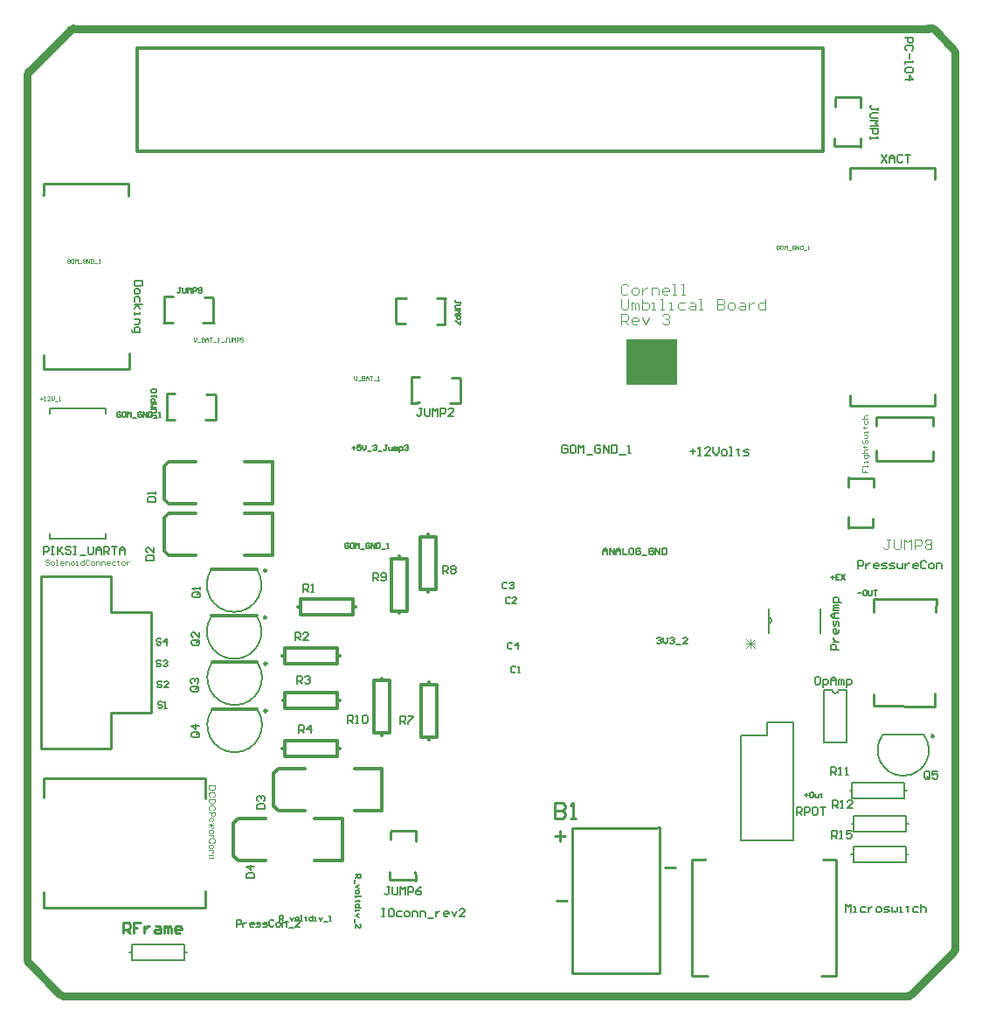
<source format=gto>
G04 Layer_Color=65535*
%FSLAX43Y43*%
%MOMM*%
G71*
G01*
G75*
%ADD21C,0.305*%
%ADD22C,0.762*%
%ADD23C,0.762*%
%ADD42C,0.254*%
%ADD58C,0.200*%
%ADD59C,0.250*%
%ADD60C,0.152*%
%ADD61C,0.100*%
%ADD62C,0.150*%
%ADD63C,0.076*%
%ADD64C,0.127*%
%ADD65C,0.102*%
%ADD66R,4.877X4.445*%
G36*
X18546Y20913D02*
Y20912D01*
Y20909D01*
Y20906D01*
Y20901D01*
Y20895D01*
X18545Y20887D01*
Y20870D01*
X18544Y20852D01*
X18542Y20833D01*
X18540Y20816D01*
X18537Y20799D01*
Y20798D01*
X18536Y20797D01*
X18535Y20794D01*
X18534Y20790D01*
X18532Y20785D01*
X18531Y20780D01*
X18526Y20767D01*
X18520Y20753D01*
X18512Y20737D01*
X18502Y20721D01*
X18491Y20706D01*
X18490Y20705D01*
X18489Y20703D01*
X18486Y20701D01*
X18483Y20697D01*
X18479Y20693D01*
X18473Y20688D01*
X18461Y20677D01*
X18446Y20665D01*
X18427Y20652D01*
X18406Y20640D01*
X18382Y20630D01*
X18381D01*
X18379Y20629D01*
X18375Y20627D01*
X18370Y20625D01*
X18363Y20624D01*
X18357Y20622D01*
X18348Y20619D01*
X18337Y20617D01*
X18327Y20615D01*
X18315Y20612D01*
X18290Y20608D01*
X18261Y20605D01*
X18230Y20604D01*
X18218D01*
X18211Y20605D01*
X18204D01*
X18195Y20606D01*
X18186D01*
X18166Y20609D01*
X18144Y20611D01*
X18122Y20616D01*
X18100Y20622D01*
X18099D01*
X18098Y20623D01*
X18095Y20624D01*
X18091Y20625D01*
X18086Y20627D01*
X18081Y20629D01*
X18068Y20634D01*
X18053Y20640D01*
X18038Y20648D01*
X18022Y20656D01*
X18007Y20666D01*
X18006Y20667D01*
X18001Y20670D01*
X17994Y20675D01*
X17987Y20683D01*
X17977Y20692D01*
X17968Y20701D01*
X17958Y20712D01*
X17949Y20724D01*
X17949Y20726D01*
X17946Y20729D01*
X17943Y20736D01*
X17937Y20745D01*
X17932Y20756D01*
X17927Y20769D01*
X17922Y20784D01*
X17917Y20800D01*
Y20801D01*
Y20802D01*
X17917Y20805D01*
X17916Y20808D01*
X17914Y20818D01*
X17912Y20830D01*
X17910Y20844D01*
X17909Y20862D01*
X17908Y20882D01*
X17907Y20902D01*
Y21133D01*
X18546D01*
Y20913D01*
D02*
G37*
G36*
X18248Y20512D02*
X18257D01*
X18267Y20511D01*
X18279Y20509D01*
X18291Y20507D01*
X18318Y20503D01*
X18347Y20496D01*
X18376Y20487D01*
X18391Y20481D01*
X18405Y20475D01*
X18406Y20474D01*
X18409Y20473D01*
X18412Y20470D01*
X18417Y20468D01*
X18423Y20463D01*
X18431Y20459D01*
X18447Y20447D01*
X18466Y20431D01*
X18485Y20413D01*
X18502Y20391D01*
X18518Y20366D01*
X18519Y20365D01*
X18520Y20363D01*
X18522Y20359D01*
X18525Y20354D01*
X18527Y20347D01*
X18531Y20339D01*
X18534Y20331D01*
X18538Y20320D01*
X18542Y20309D01*
X18545Y20298D01*
X18551Y20271D01*
X18556Y20242D01*
X18557Y20227D01*
Y20211D01*
Y20210D01*
Y20207D01*
Y20202D01*
X18557Y20195D01*
X18556Y20187D01*
X18555Y20177D01*
X18553Y20167D01*
X18551Y20155D01*
X18545Y20130D01*
X18542Y20116D01*
X18537Y20103D01*
X18531Y20089D01*
X18525Y20075D01*
X18517Y20062D01*
X18508Y20050D01*
X18507Y20049D01*
X18506Y20048D01*
X18503Y20044D01*
X18499Y20040D01*
X18494Y20034D01*
X18488Y20028D01*
X18481Y20022D01*
X18473Y20014D01*
X18463Y20007D01*
X18454Y19999D01*
X18442Y19991D01*
X18429Y19983D01*
X18416Y19976D01*
X18402Y19970D01*
X18387Y19964D01*
X18370Y19958D01*
X18351Y20041D01*
X18352D01*
X18355Y20042D01*
X18358Y20044D01*
X18363Y20046D01*
X18369Y20048D01*
X18375Y20051D01*
X18390Y20058D01*
X18407Y20067D01*
X18423Y20079D01*
X18439Y20092D01*
X18447Y20099D01*
X18453Y20106D01*
Y20107D01*
X18454Y20108D01*
X18455Y20111D01*
X18458Y20114D01*
X18460Y20119D01*
X18463Y20123D01*
X18469Y20136D01*
X18474Y20151D01*
X18480Y20170D01*
X18483Y20190D01*
X18485Y20213D01*
Y20214D01*
Y20216D01*
Y20220D01*
X18484Y20225D01*
Y20231D01*
X18483Y20239D01*
X18480Y20256D01*
X18476Y20275D01*
X18470Y20296D01*
X18461Y20317D01*
X18449Y20336D01*
Y20337D01*
X18447Y20338D01*
X18446Y20340D01*
X18443Y20344D01*
X18434Y20352D01*
X18424Y20363D01*
X18410Y20375D01*
X18394Y20386D01*
X18376Y20397D01*
X18354Y20405D01*
X18353D01*
X18351Y20406D01*
X18348Y20407D01*
X18344Y20409D01*
X18338Y20410D01*
X18332Y20411D01*
X18324Y20413D01*
X18317Y20415D01*
X18299Y20419D01*
X18278Y20422D01*
X18255Y20424D01*
X18232Y20425D01*
X18218D01*
X18211Y20424D01*
X18203D01*
X18194Y20423D01*
X18183Y20423D01*
X18162Y20419D01*
X18137Y20416D01*
X18113Y20410D01*
X18090Y20402D01*
X18089D01*
X18087Y20401D01*
X18084Y20399D01*
X18080Y20397D01*
X18075Y20395D01*
X18069Y20391D01*
X18056Y20384D01*
X18041Y20373D01*
X18026Y20361D01*
X18012Y20345D01*
X17999Y20328D01*
Y20327D01*
X17998Y20326D01*
X17996Y20323D01*
X17994Y20319D01*
X17992Y20314D01*
X17989Y20309D01*
X17984Y20295D01*
X17979Y20280D01*
X17974Y20261D01*
X17970Y20241D01*
X17969Y20219D01*
Y20218D01*
Y20216D01*
Y20212D01*
X17970Y20207D01*
Y20201D01*
X17972Y20194D01*
X17975Y20177D01*
X17980Y20158D01*
X17987Y20138D01*
X17997Y20119D01*
X18003Y20109D01*
X18010Y20099D01*
X18011Y20099D01*
X18012Y20097D01*
X18014Y20095D01*
X18018Y20092D01*
X18022Y20087D01*
X18027Y20083D01*
X18033Y20078D01*
X18040Y20073D01*
X18048Y20067D01*
X18058Y20061D01*
X18067Y20055D01*
X18079Y20050D01*
X18091Y20045D01*
X18103Y20040D01*
X18117Y20035D01*
X18131Y20032D01*
X18110Y19947D01*
X18109D01*
X18105Y19948D01*
X18100Y19950D01*
X18092Y19952D01*
X18084Y19956D01*
X18074Y19959D01*
X18063Y19964D01*
X18051Y19969D01*
X18026Y19983D01*
X18012Y19990D01*
X17999Y19999D01*
X17986Y20009D01*
X17974Y20019D01*
X17962Y20031D01*
X17951Y20043D01*
X17950Y20044D01*
X17949Y20047D01*
X17946Y20050D01*
X17943Y20055D01*
X17938Y20062D01*
X17934Y20070D01*
X17929Y20080D01*
X17924Y20090D01*
X17919Y20102D01*
X17914Y20115D01*
X17910Y20129D01*
X17905Y20144D01*
X17902Y20159D01*
X17899Y20177D01*
X17897Y20194D01*
X17897Y20212D01*
Y20213D01*
Y20216D01*
Y20222D01*
X17897Y20229D01*
Y20238D01*
X17899Y20248D01*
X17900Y20260D01*
X17902Y20272D01*
X17907Y20299D01*
X17914Y20327D01*
X17924Y20355D01*
X17931Y20368D01*
X17938Y20381D01*
X17939Y20382D01*
X17940Y20384D01*
X17943Y20387D01*
X17946Y20391D01*
X17950Y20397D01*
X17955Y20403D01*
X17962Y20410D01*
X17969Y20417D01*
X17977Y20425D01*
X17987Y20433D01*
X17997Y20441D01*
X18007Y20449D01*
X18020Y20457D01*
X18033Y20465D01*
X18046Y20472D01*
X18060Y20479D01*
X18061D01*
X18064Y20481D01*
X18068Y20482D01*
X18074Y20484D01*
X18082Y20487D01*
X18091Y20489D01*
X18100Y20493D01*
X18111Y20495D01*
X18124Y20499D01*
X18137Y20502D01*
X18151Y20505D01*
X18166Y20507D01*
X18198Y20511D01*
X18232Y20513D01*
X18241D01*
X18248Y20512D01*
D02*
G37*
G36*
X18546Y19622D02*
Y19621D01*
Y19619D01*
Y19615D01*
Y19610D01*
Y19604D01*
X18545Y19596D01*
Y19580D01*
X18544Y19562D01*
X18542Y19543D01*
X18540Y19525D01*
X18537Y19509D01*
Y19508D01*
X18536Y19506D01*
X18535Y19504D01*
X18534Y19499D01*
X18532Y19495D01*
X18531Y19490D01*
X18526Y19477D01*
X18520Y19462D01*
X18512Y19446D01*
X18502Y19431D01*
X18491Y19415D01*
X18490Y19414D01*
X18489Y19413D01*
X18486Y19410D01*
X18483Y19407D01*
X18479Y19402D01*
X18473Y19398D01*
X18461Y19387D01*
X18446Y19375D01*
X18427Y19362D01*
X18406Y19349D01*
X18382Y19339D01*
X18381D01*
X18379Y19338D01*
X18375Y19336D01*
X18370Y19335D01*
X18363Y19333D01*
X18357Y19331D01*
X18348Y19329D01*
X18337Y19326D01*
X18327Y19324D01*
X18315Y19322D01*
X18290Y19317D01*
X18261Y19315D01*
X18230Y19314D01*
X18218D01*
X18211Y19315D01*
X18204D01*
X18195Y19316D01*
X18186D01*
X18166Y19318D01*
X18144Y19321D01*
X18122Y19325D01*
X18100Y19331D01*
X18099D01*
X18098Y19332D01*
X18095Y19333D01*
X18091Y19335D01*
X18086Y19336D01*
X18081Y19338D01*
X18068Y19343D01*
X18053Y19349D01*
X18038Y19357D01*
X18022Y19366D01*
X18007Y19375D01*
X18006Y19376D01*
X18001Y19380D01*
X17994Y19385D01*
X17987Y19393D01*
X17977Y19401D01*
X17968Y19411D01*
X17958Y19421D01*
X17949Y19433D01*
X17949Y19435D01*
X17946Y19439D01*
X17943Y19446D01*
X17937Y19454D01*
X17932Y19465D01*
X17927Y19478D01*
X17922Y19493D01*
X17917Y19510D01*
Y19511D01*
Y19511D01*
X17917Y19514D01*
X17916Y19517D01*
X17914Y19527D01*
X17912Y19539D01*
X17910Y19554D01*
X17909Y19571D01*
X17908Y19591D01*
X17907Y19612D01*
Y19842D01*
X18546D01*
Y19622D01*
D02*
G37*
G36*
X18248Y19221D02*
X18257D01*
X18267Y19220D01*
X18279Y19219D01*
X18291Y19217D01*
X18318Y19213D01*
X18347Y19206D01*
X18376Y19196D01*
X18391Y19191D01*
X18405Y19184D01*
X18406Y19183D01*
X18409Y19182D01*
X18412Y19180D01*
X18417Y19177D01*
X18423Y19173D01*
X18431Y19168D01*
X18447Y19156D01*
X18466Y19141D01*
X18485Y19122D01*
X18502Y19101D01*
X18518Y19076D01*
X18519Y19075D01*
X18520Y19072D01*
X18522Y19069D01*
X18525Y19064D01*
X18527Y19057D01*
X18531Y19049D01*
X18534Y19040D01*
X18538Y19030D01*
X18542Y19019D01*
X18545Y19007D01*
X18551Y18980D01*
X18556Y18952D01*
X18557Y18936D01*
Y18921D01*
Y18920D01*
Y18916D01*
Y18911D01*
X18557Y18904D01*
X18556Y18896D01*
X18555Y18887D01*
X18553Y18877D01*
X18551Y18864D01*
X18545Y18839D01*
X18542Y18825D01*
X18537Y18812D01*
X18531Y18799D01*
X18525Y18785D01*
X18517Y18772D01*
X18508Y18760D01*
X18507Y18759D01*
X18506Y18757D01*
X18503Y18754D01*
X18499Y18749D01*
X18494Y18743D01*
X18488Y18737D01*
X18481Y18731D01*
X18473Y18723D01*
X18463Y18716D01*
X18454Y18708D01*
X18442Y18701D01*
X18429Y18693D01*
X18416Y18686D01*
X18402Y18679D01*
X18387Y18673D01*
X18370Y18668D01*
X18351Y18751D01*
X18352D01*
X18355Y18752D01*
X18358Y18754D01*
X18363Y18755D01*
X18369Y18757D01*
X18375Y18760D01*
X18390Y18767D01*
X18407Y18777D01*
X18423Y18788D01*
X18439Y18801D01*
X18447Y18808D01*
X18453Y18816D01*
Y18817D01*
X18454Y18818D01*
X18455Y18820D01*
X18458Y18824D01*
X18460Y18828D01*
X18463Y18832D01*
X18469Y18845D01*
X18474Y18861D01*
X18480Y18879D01*
X18483Y18899D01*
X18485Y18922D01*
Y18923D01*
Y18926D01*
Y18929D01*
X18484Y18935D01*
Y18941D01*
X18483Y18948D01*
X18480Y18966D01*
X18476Y18985D01*
X18470Y19006D01*
X18461Y19026D01*
X18449Y19045D01*
Y19046D01*
X18447Y19047D01*
X18446Y19050D01*
X18443Y19053D01*
X18434Y19062D01*
X18424Y19072D01*
X18410Y19084D01*
X18394Y19096D01*
X18376Y19106D01*
X18354Y19115D01*
X18353D01*
X18351Y19116D01*
X18348Y19116D01*
X18344Y19118D01*
X18338Y19119D01*
X18332Y19121D01*
X18324Y19122D01*
X18317Y19124D01*
X18299Y19129D01*
X18278Y19131D01*
X18255Y19134D01*
X18232Y19135D01*
X18218D01*
X18211Y19134D01*
X18203D01*
X18194Y19133D01*
X18183Y19132D01*
X18162Y19129D01*
X18137Y19125D01*
X18113Y19119D01*
X18090Y19111D01*
X18089D01*
X18087Y19110D01*
X18084Y19109D01*
X18080Y19107D01*
X18075Y19104D01*
X18069Y19101D01*
X18056Y19093D01*
X18041Y19083D01*
X18026Y19071D01*
X18012Y19055D01*
X17999Y19038D01*
Y19037D01*
X17998Y19035D01*
X17996Y19032D01*
X17994Y19029D01*
X17992Y19024D01*
X17989Y19019D01*
X17984Y19005D01*
X17979Y18989D01*
X17974Y18970D01*
X17970Y18950D01*
X17969Y18928D01*
Y18928D01*
Y18925D01*
Y18922D01*
X17970Y18916D01*
Y18910D01*
X17972Y18903D01*
X17975Y18887D01*
X17980Y18868D01*
X17987Y18848D01*
X17997Y18828D01*
X18003Y18818D01*
X18010Y18809D01*
X18011Y18808D01*
X18012Y18806D01*
X18014Y18805D01*
X18018Y18801D01*
X18022Y18797D01*
X18027Y18792D01*
X18033Y18787D01*
X18040Y18782D01*
X18048Y18776D01*
X18058Y18771D01*
X18067Y18765D01*
X18079Y18760D01*
X18091Y18754D01*
X18103Y18749D01*
X18117Y18745D01*
X18131Y18741D01*
X18110Y18657D01*
X18109D01*
X18105Y18657D01*
X18100Y18659D01*
X18092Y18662D01*
X18084Y18665D01*
X18074Y18669D01*
X18063Y18673D01*
X18051Y18678D01*
X18026Y18692D01*
X18012Y18700D01*
X17999Y18708D01*
X17986Y18718D01*
X17974Y18728D01*
X17962Y18741D01*
X17951Y18753D01*
X17950Y18754D01*
X17949Y18756D01*
X17946Y18760D01*
X17943Y18765D01*
X17938Y18772D01*
X17934Y18779D01*
X17929Y18789D01*
X17924Y18799D01*
X17919Y18812D01*
X17914Y18825D01*
X17910Y18838D01*
X17905Y18853D01*
X17902Y18869D01*
X17899Y18886D01*
X17897Y18903D01*
X17897Y18922D01*
Y18922D01*
Y18926D01*
Y18932D01*
X17897Y18939D01*
Y18948D01*
X17899Y18958D01*
X17900Y18969D01*
X17902Y18981D01*
X17907Y19008D01*
X17914Y19037D01*
X17924Y19064D01*
X17931Y19077D01*
X17938Y19090D01*
X17939Y19091D01*
X17940Y19093D01*
X17943Y19097D01*
X17946Y19101D01*
X17950Y19106D01*
X17955Y19112D01*
X17962Y19119D01*
X17969Y19127D01*
X17977Y19135D01*
X17987Y19142D01*
X17997Y19150D01*
X18007Y19159D01*
X18020Y19167D01*
X18033Y19174D01*
X18046Y19181D01*
X18060Y19188D01*
X18061D01*
X18064Y19190D01*
X18068Y19192D01*
X18074Y19194D01*
X18082Y19196D01*
X18091Y19199D01*
X18100Y19202D01*
X18111Y19205D01*
X18124Y19208D01*
X18137Y19212D01*
X18151Y19214D01*
X18166Y19217D01*
X18198Y19220D01*
X18232Y19222D01*
X18241D01*
X18248Y19221D01*
D02*
G37*
G36*
X18546Y18311D02*
Y18310D01*
Y18308D01*
Y18305D01*
Y18301D01*
Y18295D01*
Y18289D01*
X18545Y18275D01*
X18544Y18260D01*
X18544Y18243D01*
X18542Y18228D01*
X18539Y18214D01*
Y18213D01*
Y18212D01*
X18538Y18210D01*
X18538Y18206D01*
X18536Y18197D01*
X18532Y18186D01*
X18529Y18174D01*
X18524Y18161D01*
X18518Y18148D01*
X18510Y18135D01*
X18509Y18133D01*
X18506Y18130D01*
X18501Y18124D01*
X18494Y18117D01*
X18486Y18108D01*
X18475Y18100D01*
X18462Y18092D01*
X18448Y18084D01*
X18447Y18083D01*
X18441Y18081D01*
X18434Y18078D01*
X18422Y18074D01*
X18409Y18070D01*
X18395Y18068D01*
X18378Y18065D01*
X18361Y18064D01*
X18353D01*
X18347Y18065D01*
X18340Y18066D01*
X18332Y18067D01*
X18323Y18068D01*
X18313Y18070D01*
X18292Y18077D01*
X18280Y18081D01*
X18268Y18086D01*
X18257Y18092D01*
X18246Y18099D01*
X18234Y18107D01*
X18223Y18116D01*
X18222Y18117D01*
X18221Y18119D01*
X18218Y18122D01*
X18214Y18126D01*
X18210Y18132D01*
X18205Y18139D01*
X18201Y18148D01*
X18195Y18158D01*
X18189Y18171D01*
X18185Y18184D01*
X18180Y18200D01*
X18176Y18217D01*
X18172Y18236D01*
X18169Y18256D01*
X18168Y18279D01*
X18167Y18303D01*
Y18467D01*
X17907D01*
Y18552D01*
X18546D01*
Y18311D01*
D02*
G37*
G36*
X18150Y17995D02*
X18159D01*
X18170Y17993D01*
X18182Y17992D01*
X18196Y17990D01*
X18210Y17987D01*
X18226Y17983D01*
X18241Y17978D01*
X18258Y17972D01*
X18273Y17965D01*
X18288Y17958D01*
X18303Y17948D01*
X18317Y17937D01*
X18329Y17925D01*
X18330Y17924D01*
X18331Y17922D01*
X18334Y17919D01*
X18337Y17914D01*
X18341Y17908D01*
X18345Y17901D01*
X18350Y17893D01*
X18355Y17884D01*
X18360Y17874D01*
X18364Y17863D01*
X18369Y17851D01*
X18373Y17838D01*
X18376Y17824D01*
X18378Y17810D01*
X18380Y17795D01*
X18381Y17779D01*
Y17778D01*
Y17775D01*
Y17770D01*
X18380Y17764D01*
X18379Y17755D01*
X18377Y17745D01*
X18376Y17735D01*
X18373Y17724D01*
X18370Y17712D01*
X18365Y17699D01*
X18360Y17686D01*
X18354Y17673D01*
X18347Y17660D01*
X18338Y17647D01*
X18329Y17634D01*
X18318Y17622D01*
X18317Y17621D01*
X18315Y17620D01*
X18311Y17617D01*
X18306Y17613D01*
X18299Y17608D01*
X18292Y17603D01*
X18283Y17597D01*
X18273Y17592D01*
X18261Y17586D01*
X18248Y17581D01*
X18234Y17576D01*
X18219Y17571D01*
X18202Y17567D01*
X18184Y17564D01*
X18165Y17563D01*
X18145Y17562D01*
X18130D01*
X18123Y17563D01*
X18114Y17563D01*
X18104Y17564D01*
X18094Y17565D01*
X18072Y17569D01*
X18047Y17573D01*
X18025Y17580D01*
X18014Y17584D01*
X18004Y17589D01*
X18003D01*
X18001Y17589D01*
X17999Y17591D01*
X17995Y17594D01*
X17987Y17600D01*
X17975Y17608D01*
X17962Y17620D01*
X17949Y17633D01*
X17936Y17649D01*
X17924Y17667D01*
Y17668D01*
X17923Y17670D01*
X17922Y17673D01*
X17920Y17676D01*
X17918Y17681D01*
X17916Y17686D01*
X17910Y17700D01*
X17905Y17717D01*
X17901Y17736D01*
X17897Y17757D01*
X17897Y17779D01*
Y17780D01*
Y17783D01*
X17897Y17789D01*
Y17796D01*
X17898Y17803D01*
X17900Y17813D01*
X17902Y17823D01*
X17904Y17835D01*
X17908Y17848D01*
X17912Y17860D01*
X17917Y17873D01*
X17923Y17887D01*
X17930Y17899D01*
X17938Y17912D01*
X17948Y17925D01*
X17959Y17936D01*
X17960Y17937D01*
X17962Y17938D01*
X17966Y17941D01*
X17970Y17945D01*
X17977Y17950D01*
X17985Y17955D01*
X17994Y17960D01*
X18005Y17965D01*
X18017Y17971D01*
X18030Y17977D01*
X18045Y17982D01*
X18061Y17986D01*
X18079Y17990D01*
X18097Y17993D01*
X18117Y17995D01*
X18138Y17996D01*
X18144D01*
X18150Y17995D01*
D02*
G37*
G36*
X18370Y17446D02*
X18102Y17372D01*
X18003Y17345D01*
X18004D01*
X18006Y17344D01*
X18010Y17343D01*
X18014Y17343D01*
X18018Y17342D01*
X18023Y17340D01*
X18029Y17338D01*
X18037Y17337D01*
X18046Y17334D01*
X18057Y17331D01*
X18069Y17329D01*
X18083Y17325D01*
X18098Y17321D01*
X18370Y17247D01*
Y17167D01*
X18101Y17097D01*
X18013Y17074D01*
X18102Y17047D01*
X18370Y16968D01*
Y16891D01*
X17907Y17037D01*
Y17117D01*
X18184Y17191D01*
X18263Y17210D01*
X17907Y17304D01*
Y17385D01*
X18370Y17527D01*
Y17446D01*
D02*
G37*
G36*
X18153Y16850D02*
X18163Y16849D01*
X18175Y16847D01*
X18187Y16845D01*
X18201Y16843D01*
X18214Y16840D01*
X18230Y16836D01*
X18245Y16832D01*
X18260Y16825D01*
X18275Y16819D01*
X18289Y16811D01*
X18303Y16801D01*
X18316Y16791D01*
X18317Y16790D01*
X18318Y16788D01*
X18322Y16785D01*
X18326Y16780D01*
X18331Y16774D01*
X18337Y16767D01*
X18343Y16759D01*
X18349Y16749D01*
X18355Y16738D01*
X18360Y16727D01*
X18366Y16714D01*
X18370Y16700D01*
X18375Y16685D01*
X18378Y16670D01*
X18380Y16652D01*
X18381Y16635D01*
Y16634D01*
Y16631D01*
Y16626D01*
X18380Y16619D01*
X18379Y16612D01*
X18377Y16603D01*
X18376Y16592D01*
X18373Y16581D01*
X18370Y16569D01*
X18365Y16557D01*
X18360Y16545D01*
X18354Y16532D01*
X18346Y16519D01*
X18337Y16507D01*
X18328Y16495D01*
X18317Y16483D01*
X18316Y16482D01*
X18314Y16481D01*
X18310Y16478D01*
X18305Y16474D01*
X18299Y16469D01*
X18291Y16464D01*
X18281Y16459D01*
X18271Y16454D01*
X18259Y16449D01*
X18246Y16443D01*
X18231Y16438D01*
X18215Y16434D01*
X18198Y16430D01*
X18180Y16427D01*
X18160Y16425D01*
X18139Y16424D01*
X18128D01*
X18118Y16425D01*
Y16770D01*
X18115D01*
X18111Y16769D01*
X18106Y16768D01*
X18099Y16767D01*
X18092Y16767D01*
X18075Y16763D01*
X18056Y16758D01*
X18037Y16750D01*
X18018Y16741D01*
X18001Y16728D01*
Y16727D01*
X18000Y16726D01*
X17995Y16721D01*
X17988Y16712D01*
X17981Y16701D01*
X17975Y16687D01*
X17968Y16670D01*
X17963Y16651D01*
X17962Y16641D01*
X17962Y16631D01*
Y16630D01*
Y16629D01*
Y16624D01*
X17962Y16615D01*
X17964Y16605D01*
X17967Y16593D01*
X17971Y16581D01*
X17976Y16569D01*
X17984Y16557D01*
X17985Y16555D01*
X17988Y16552D01*
X17994Y16547D01*
X18001Y16540D01*
X18012Y16532D01*
X18024Y16524D01*
X18040Y16515D01*
X18057Y16508D01*
X18046Y16428D01*
X18046D01*
X18043Y16429D01*
X18040Y16430D01*
X18034Y16431D01*
X18028Y16434D01*
X18021Y16437D01*
X18006Y16444D01*
X17988Y16454D01*
X17969Y16466D01*
X17951Y16481D01*
X17936Y16499D01*
Y16500D01*
X17934Y16502D01*
X17932Y16504D01*
X17930Y16508D01*
X17927Y16513D01*
X17923Y16520D01*
X17920Y16527D01*
X17917Y16534D01*
X17912Y16544D01*
X17909Y16554D01*
X17905Y16565D01*
X17903Y16576D01*
X17898Y16602D01*
X17897Y16616D01*
X17897Y16631D01*
Y16631D01*
Y16635D01*
X17897Y16640D01*
Y16647D01*
X17898Y16656D01*
X17900Y16666D01*
X17902Y16677D01*
X17904Y16689D01*
X17908Y16702D01*
X17912Y16715D01*
X17917Y16728D01*
X17923Y16741D01*
X17930Y16754D01*
X17938Y16767D01*
X17948Y16780D01*
X17959Y16792D01*
X17960Y16793D01*
X17962Y16794D01*
X17966Y16797D01*
X17970Y16801D01*
X17977Y16806D01*
X17985Y16810D01*
X17994Y16816D01*
X18004Y16821D01*
X18016Y16826D01*
X18029Y16832D01*
X18044Y16837D01*
X18059Y16841D01*
X18076Y16845D01*
X18094Y16848D01*
X18113Y16850D01*
X18134Y16851D01*
X18145D01*
X18153Y16850D01*
D02*
G37*
G36*
X18370Y16258D02*
X18300D01*
X18302Y16257D01*
X18304Y16256D01*
X18307Y16254D01*
X18316Y16249D01*
X18326Y16242D01*
X18337Y16234D01*
X18348Y16226D01*
X18357Y16217D01*
X18364Y16209D01*
X18365Y16208D01*
X18367Y16204D01*
X18370Y16200D01*
X18373Y16194D01*
X18376Y16186D01*
X18378Y16178D01*
X18380Y16169D01*
X18381Y16159D01*
Y16158D01*
Y16157D01*
Y16152D01*
X18379Y16144D01*
X18377Y16133D01*
X18375Y16121D01*
X18370Y16108D01*
X18363Y16094D01*
X18355Y16078D01*
X18282Y16106D01*
X18283Y16107D01*
X18285Y16111D01*
X18287Y16116D01*
X18291Y16124D01*
X18294Y16133D01*
X18297Y16142D01*
X18299Y16152D01*
X18299Y16163D01*
Y16164D01*
Y16167D01*
X18299Y16172D01*
X18298Y16178D01*
X18296Y16185D01*
X18292Y16193D01*
X18289Y16201D01*
X18284Y16209D01*
X18283Y16210D01*
X18281Y16212D01*
X18278Y16216D01*
X18273Y16220D01*
X18266Y16224D01*
X18259Y16230D01*
X18250Y16234D01*
X18240Y16237D01*
X18240D01*
X18239Y16238D01*
X18236D01*
X18234Y16239D01*
X18225Y16242D01*
X18214Y16243D01*
X18200Y16246D01*
X18184Y16249D01*
X18167Y16250D01*
X18149Y16250D01*
X17907D01*
Y16329D01*
X18370D01*
Y16258D01*
D02*
G37*
G36*
X18248Y16045D02*
X18257D01*
X18267Y16044D01*
X18279Y16042D01*
X18291Y16041D01*
X18318Y16036D01*
X18347Y16029D01*
X18376Y16020D01*
X18391Y16015D01*
X18405Y16008D01*
X18406Y16007D01*
X18409Y16006D01*
X18412Y16004D01*
X18417Y16001D01*
X18423Y15997D01*
X18431Y15992D01*
X18447Y15980D01*
X18466Y15965D01*
X18485Y15946D01*
X18502Y15925D01*
X18518Y15900D01*
X18519Y15899D01*
X18520Y15896D01*
X18522Y15893D01*
X18525Y15887D01*
X18527Y15881D01*
X18531Y15873D01*
X18534Y15864D01*
X18538Y15854D01*
X18542Y15842D01*
X18545Y15831D01*
X18551Y15804D01*
X18556Y15776D01*
X18557Y15760D01*
Y15745D01*
Y15744D01*
Y15740D01*
Y15735D01*
X18557Y15728D01*
X18556Y15720D01*
X18555Y15711D01*
X18553Y15700D01*
X18551Y15688D01*
X18545Y15663D01*
X18542Y15649D01*
X18537Y15636D01*
X18531Y15622D01*
X18525Y15609D01*
X18517Y15596D01*
X18508Y15583D01*
X18507Y15583D01*
X18506Y15581D01*
X18503Y15577D01*
X18499Y15573D01*
X18494Y15567D01*
X18488Y15561D01*
X18481Y15555D01*
X18473Y15547D01*
X18463Y15540D01*
X18454Y15532D01*
X18442Y15525D01*
X18429Y15517D01*
X18416Y15510D01*
X18402Y15503D01*
X18387Y15497D01*
X18370Y15492D01*
X18351Y15575D01*
X18352D01*
X18355Y15576D01*
X18358Y15577D01*
X18363Y15579D01*
X18369Y15581D01*
X18375Y15584D01*
X18390Y15591D01*
X18407Y15601D01*
X18423Y15612D01*
X18439Y15625D01*
X18447Y15632D01*
X18453Y15640D01*
Y15641D01*
X18454Y15641D01*
X18455Y15644D01*
X18458Y15648D01*
X18460Y15652D01*
X18463Y15656D01*
X18469Y15669D01*
X18474Y15685D01*
X18480Y15703D01*
X18483Y15723D01*
X18485Y15746D01*
Y15747D01*
Y15750D01*
Y15753D01*
X18484Y15758D01*
Y15764D01*
X18483Y15772D01*
X18480Y15790D01*
X18476Y15809D01*
X18470Y15829D01*
X18461Y15850D01*
X18449Y15869D01*
Y15870D01*
X18447Y15871D01*
X18446Y15874D01*
X18443Y15877D01*
X18434Y15886D01*
X18424Y15896D01*
X18410Y15908D01*
X18394Y15920D01*
X18376Y15930D01*
X18354Y15939D01*
X18353D01*
X18351Y15939D01*
X18348Y15940D01*
X18344Y15942D01*
X18338Y15943D01*
X18332Y15945D01*
X18324Y15946D01*
X18317Y15948D01*
X18299Y15952D01*
X18278Y15955D01*
X18255Y15958D01*
X18232Y15958D01*
X18218D01*
X18211Y15958D01*
X18203D01*
X18194Y15957D01*
X18183Y15956D01*
X18162Y15952D01*
X18137Y15949D01*
X18113Y15943D01*
X18090Y15935D01*
X18089D01*
X18087Y15934D01*
X18084Y15932D01*
X18080Y15931D01*
X18075Y15928D01*
X18069Y15925D01*
X18056Y15917D01*
X18041Y15907D01*
X18026Y15894D01*
X18012Y15879D01*
X17999Y15861D01*
Y15861D01*
X17998Y15859D01*
X17996Y15856D01*
X17994Y15853D01*
X17992Y15848D01*
X17989Y15842D01*
X17984Y15829D01*
X17979Y15813D01*
X17974Y15794D01*
X17970Y15774D01*
X17969Y15752D01*
Y15751D01*
Y15749D01*
Y15745D01*
X17970Y15740D01*
Y15734D01*
X17972Y15727D01*
X17975Y15711D01*
X17980Y15692D01*
X17987Y15672D01*
X17997Y15652D01*
X18003Y15642D01*
X18010Y15633D01*
X18011Y15632D01*
X18012Y15630D01*
X18014Y15628D01*
X18018Y15625D01*
X18022Y15621D01*
X18027Y15616D01*
X18033Y15611D01*
X18040Y15606D01*
X18048Y15600D01*
X18058Y15595D01*
X18067Y15589D01*
X18079Y15583D01*
X18091Y15578D01*
X18103Y15573D01*
X18117Y15569D01*
X18131Y15565D01*
X18110Y15480D01*
X18109D01*
X18105Y15481D01*
X18100Y15483D01*
X18092Y15486D01*
X18084Y15489D01*
X18074Y15493D01*
X18063Y15497D01*
X18051Y15502D01*
X18026Y15516D01*
X18012Y15524D01*
X17999Y15532D01*
X17986Y15542D01*
X17974Y15552D01*
X17962Y15564D01*
X17951Y15577D01*
X17950Y15577D01*
X17949Y15580D01*
X17946Y15583D01*
X17943Y15589D01*
X17938Y15596D01*
X17934Y15603D01*
X17929Y15613D01*
X17924Y15623D01*
X17919Y15635D01*
X17914Y15648D01*
X17910Y15662D01*
X17905Y15677D01*
X17902Y15693D01*
X17899Y15710D01*
X17897Y15727D01*
X17897Y15745D01*
Y15746D01*
Y15750D01*
Y15756D01*
X17897Y15763D01*
Y15771D01*
X17899Y15782D01*
X17900Y15793D01*
X17902Y15805D01*
X17907Y15832D01*
X17914Y15861D01*
X17924Y15888D01*
X17931Y15901D01*
X17938Y15914D01*
X17939Y15915D01*
X17940Y15917D01*
X17943Y15920D01*
X17946Y15925D01*
X17950Y15930D01*
X17955Y15936D01*
X17962Y15943D01*
X17969Y15951D01*
X17977Y15958D01*
X17987Y15966D01*
X17997Y15974D01*
X18007Y15983D01*
X18020Y15991D01*
X18033Y15998D01*
X18046Y16005D01*
X18060Y16012D01*
X18061D01*
X18064Y16014D01*
X18068Y16016D01*
X18074Y16017D01*
X18082Y16020D01*
X18091Y16023D01*
X18100Y16026D01*
X18111Y16029D01*
X18124Y16032D01*
X18137Y16036D01*
X18151Y16038D01*
X18166Y16041D01*
X18198Y16044D01*
X18232Y16046D01*
X18241D01*
X18248Y16045D01*
D02*
G37*
G36*
X18150Y15415D02*
X18159D01*
X18170Y15413D01*
X18182Y15412D01*
X18196Y15409D01*
X18210Y15407D01*
X18226Y15402D01*
X18241Y15398D01*
X18258Y15392D01*
X18273Y15385D01*
X18288Y15377D01*
X18303Y15368D01*
X18317Y15357D01*
X18329Y15344D01*
X18330Y15344D01*
X18331Y15342D01*
X18334Y15338D01*
X18337Y15334D01*
X18341Y15328D01*
X18345Y15321D01*
X18350Y15313D01*
X18355Y15304D01*
X18360Y15293D01*
X18364Y15283D01*
X18369Y15271D01*
X18373Y15258D01*
X18376Y15244D01*
X18378Y15230D01*
X18380Y15214D01*
X18381Y15199D01*
Y15198D01*
Y15195D01*
Y15189D01*
X18380Y15183D01*
X18379Y15175D01*
X18377Y15165D01*
X18376Y15155D01*
X18373Y15143D01*
X18370Y15131D01*
X18365Y15118D01*
X18360Y15105D01*
X18354Y15092D01*
X18347Y15079D01*
X18338Y15066D01*
X18329Y15054D01*
X18318Y15042D01*
X18317Y15041D01*
X18315Y15040D01*
X18311Y15037D01*
X18306Y15033D01*
X18299Y15028D01*
X18292Y15023D01*
X18283Y15017D01*
X18273Y15012D01*
X18261Y15006D01*
X18248Y15001D01*
X18234Y14995D01*
X18219Y14991D01*
X18202Y14987D01*
X18184Y14984D01*
X18165Y14982D01*
X18145Y14981D01*
X18130D01*
X18123Y14982D01*
X18114Y14983D01*
X18104Y14984D01*
X18094Y14985D01*
X18072Y14988D01*
X18047Y14993D01*
X18025Y15000D01*
X18014Y15004D01*
X18004Y15008D01*
X18003D01*
X18001Y15009D01*
X17999Y15011D01*
X17995Y15014D01*
X17987Y15020D01*
X17975Y15028D01*
X17962Y15040D01*
X17949Y15052D01*
X17936Y15069D01*
X17924Y15087D01*
Y15088D01*
X17923Y15090D01*
X17922Y15092D01*
X17920Y15096D01*
X17918Y15101D01*
X17916Y15106D01*
X17910Y15120D01*
X17905Y15137D01*
X17901Y15156D01*
X17897Y15176D01*
X17897Y15199D01*
Y15200D01*
Y15203D01*
X17897Y15208D01*
Y15215D01*
X17898Y15223D01*
X17900Y15233D01*
X17902Y15243D01*
X17904Y15255D01*
X17908Y15267D01*
X17912Y15279D01*
X17917Y15292D01*
X17923Y15306D01*
X17930Y15319D01*
X17938Y15331D01*
X17948Y15344D01*
X17959Y15356D01*
X17960Y15357D01*
X17962Y15358D01*
X17966Y15361D01*
X17970Y15365D01*
X17977Y15370D01*
X17985Y15375D01*
X17994Y15380D01*
X18005Y15385D01*
X18017Y15391D01*
X18030Y15396D01*
X18045Y15402D01*
X18061Y15406D01*
X18079Y15410D01*
X18097Y15413D01*
X18117Y15415D01*
X18138Y15415D01*
X18144D01*
X18150Y15415D01*
D02*
G37*
G36*
X18370Y14819D02*
X18304D01*
X18305Y14818D01*
X18307Y14816D01*
X18311Y14813D01*
X18316Y14809D01*
X18322Y14804D01*
X18328Y14798D01*
X18335Y14790D01*
X18343Y14781D01*
X18350Y14772D01*
X18357Y14761D01*
X18363Y14748D01*
X18369Y14735D01*
X18374Y14722D01*
X18377Y14706D01*
X18380Y14690D01*
X18381Y14672D01*
Y14671D01*
Y14671D01*
Y14665D01*
X18380Y14658D01*
X18379Y14647D01*
X18377Y14635D01*
X18374Y14623D01*
X18370Y14609D01*
X18365Y14596D01*
X18364Y14594D01*
X18363Y14590D01*
X18359Y14584D01*
X18355Y14576D01*
X18349Y14567D01*
X18342Y14559D01*
X18334Y14550D01*
X18325Y14543D01*
X18324Y14542D01*
X18321Y14541D01*
X18316Y14537D01*
X18309Y14534D01*
X18301Y14529D01*
X18291Y14526D01*
X18280Y14522D01*
X18268Y14519D01*
X18267D01*
X18264Y14518D01*
X18258Y14517D01*
X18250Y14516D01*
X18240Y14515D01*
X18227Y14515D01*
X18210Y14514D01*
X17907D01*
Y14593D01*
X18196D01*
X18205Y14593D01*
X18215D01*
X18227Y14595D01*
X18239Y14597D01*
X18250Y14599D01*
X18260Y14602D01*
X18260D01*
X18264Y14604D01*
X18268Y14606D01*
X18273Y14610D01*
X18279Y14614D01*
X18285Y14620D01*
X18292Y14627D01*
X18298Y14635D01*
X18299Y14636D01*
X18300Y14639D01*
X18302Y14644D01*
X18305Y14650D01*
X18308Y14658D01*
X18310Y14667D01*
X18311Y14677D01*
X18312Y14689D01*
Y14690D01*
Y14691D01*
Y14694D01*
X18311Y14697D01*
X18311Y14707D01*
X18308Y14718D01*
X18305Y14732D01*
X18299Y14747D01*
X18291Y14761D01*
X18280Y14775D01*
X18279Y14777D01*
X18277Y14779D01*
X18274Y14781D01*
X18270Y14783D01*
X18266Y14787D01*
X18260Y14790D01*
X18253Y14793D01*
X18246Y14796D01*
X18237Y14800D01*
X18227Y14802D01*
X18215Y14806D01*
X18203Y14807D01*
X18190Y14809D01*
X18176Y14811D01*
X17907D01*
Y14890D01*
X18370D01*
Y14819D01*
D02*
G37*
G36*
Y14322D02*
X18304D01*
X18305Y14321D01*
X18307Y14320D01*
X18311Y14317D01*
X18316Y14313D01*
X18322Y14308D01*
X18328Y14302D01*
X18335Y14294D01*
X18343Y14285D01*
X18350Y14276D01*
X18357Y14264D01*
X18363Y14252D01*
X18369Y14239D01*
X18374Y14225D01*
X18377Y14210D01*
X18380Y14193D01*
X18381Y14176D01*
Y14175D01*
Y14174D01*
Y14169D01*
X18380Y14161D01*
X18379Y14151D01*
X18377Y14139D01*
X18374Y14127D01*
X18370Y14113D01*
X18365Y14100D01*
X18364Y14098D01*
X18363Y14094D01*
X18359Y14088D01*
X18355Y14080D01*
X18349Y14071D01*
X18342Y14062D01*
X18334Y14054D01*
X18325Y14047D01*
X18324Y14046D01*
X18321Y14044D01*
X18316Y14041D01*
X18309Y14037D01*
X18301Y14033D01*
X18291Y14030D01*
X18280Y14025D01*
X18268Y14023D01*
X18267D01*
X18264Y14022D01*
X18258Y14021D01*
X18250Y14020D01*
X18240Y14019D01*
X18227Y14018D01*
X18210Y14017D01*
X17907D01*
Y14096D01*
X18196D01*
X18205Y14097D01*
X18215D01*
X18227Y14099D01*
X18239Y14101D01*
X18250Y14102D01*
X18260Y14106D01*
X18260D01*
X18264Y14108D01*
X18268Y14110D01*
X18273Y14114D01*
X18279Y14118D01*
X18285Y14124D01*
X18292Y14131D01*
X18298Y14139D01*
X18299Y14140D01*
X18300Y14143D01*
X18302Y14147D01*
X18305Y14153D01*
X18308Y14162D01*
X18310Y14171D01*
X18311Y14181D01*
X18312Y14192D01*
Y14193D01*
Y14195D01*
Y14198D01*
X18311Y14201D01*
X18311Y14211D01*
X18308Y14222D01*
X18305Y14236D01*
X18299Y14250D01*
X18291Y14265D01*
X18280Y14279D01*
X18279Y14281D01*
X18277Y14283D01*
X18274Y14284D01*
X18270Y14287D01*
X18266Y14290D01*
X18260Y14294D01*
X18253Y14296D01*
X18246Y14300D01*
X18237Y14303D01*
X18227Y14306D01*
X18215Y14309D01*
X18203Y14311D01*
X18190Y14313D01*
X18176Y14315D01*
X17907D01*
Y14393D01*
X18370D01*
Y14322D01*
D02*
G37*
%LPC*%
G36*
X18471Y21048D02*
X17982D01*
Y20912D01*
Y20911D01*
Y20909D01*
Y20906D01*
Y20902D01*
Y20896D01*
X17983Y20890D01*
X17984Y20876D01*
X17985Y20860D01*
X17988Y20844D01*
X17990Y20828D01*
X17994Y20813D01*
X17994Y20811D01*
X17996Y20807D01*
X17999Y20800D01*
X18002Y20792D01*
X18007Y20783D01*
X18013Y20773D01*
X18020Y20765D01*
X18027Y20756D01*
X18028Y20754D01*
X18032Y20751D01*
X18039Y20746D01*
X18048Y20739D01*
X18059Y20731D01*
X18073Y20723D01*
X18089Y20716D01*
X18107Y20709D01*
X18108D01*
X18110Y20708D01*
X18112Y20708D01*
X18117Y20707D01*
X18121Y20705D01*
X18127Y20704D01*
X18134Y20702D01*
X18142Y20701D01*
X18160Y20697D01*
X18181Y20695D01*
X18205Y20693D01*
X18231Y20692D01*
X18240D01*
X18247Y20693D01*
X18256D01*
X18266Y20694D01*
X18276Y20695D01*
X18288Y20696D01*
X18312Y20700D01*
X18338Y20706D01*
X18363Y20714D01*
X18375Y20719D01*
X18385Y20725D01*
X18386D01*
X18388Y20727D01*
X18390Y20728D01*
X18394Y20731D01*
X18403Y20738D01*
X18415Y20747D01*
X18427Y20759D01*
X18438Y20772D01*
X18448Y20788D01*
X18457Y20805D01*
X18458Y20807D01*
X18460Y20811D01*
X18461Y20820D01*
X18463Y20825D01*
X18464Y20831D01*
X18466Y20839D01*
X18467Y20847D01*
X18467Y20856D01*
X18469Y20866D01*
X18470Y20876D01*
Y20889D01*
X18471Y20901D01*
Y20915D01*
Y21048D01*
D02*
G37*
G36*
Y19757D02*
X17982D01*
Y19621D01*
Y19621D01*
Y19619D01*
Y19615D01*
Y19611D01*
Y19606D01*
X17983Y19600D01*
X17984Y19585D01*
X17985Y19569D01*
X17988Y19553D01*
X17990Y19537D01*
X17994Y19523D01*
X17994Y19521D01*
X17996Y19517D01*
X17999Y19510D01*
X18002Y19502D01*
X18007Y19492D01*
X18013Y19483D01*
X18020Y19474D01*
X18027Y19465D01*
X18028Y19464D01*
X18032Y19460D01*
X18039Y19455D01*
X18048Y19448D01*
X18059Y19440D01*
X18073Y19433D01*
X18089Y19426D01*
X18107Y19419D01*
X18108D01*
X18110Y19418D01*
X18112Y19417D01*
X18117Y19416D01*
X18121Y19414D01*
X18127Y19414D01*
X18134Y19412D01*
X18142Y19410D01*
X18160Y19407D01*
X18181Y19404D01*
X18205Y19402D01*
X18231Y19401D01*
X18240D01*
X18247Y19402D01*
X18256D01*
X18266Y19403D01*
X18276Y19404D01*
X18288Y19406D01*
X18312Y19409D01*
X18338Y19415D01*
X18363Y19423D01*
X18375Y19428D01*
X18385Y19434D01*
X18386D01*
X18388Y19436D01*
X18390Y19438D01*
X18394Y19440D01*
X18403Y19447D01*
X18415Y19457D01*
X18427Y19468D01*
X18438Y19482D01*
X18448Y19498D01*
X18457Y19515D01*
X18458Y19517D01*
X18460Y19521D01*
X18461Y19530D01*
X18463Y19535D01*
X18464Y19541D01*
X18466Y19549D01*
X18467Y19556D01*
X18467Y19565D01*
X18469Y19575D01*
X18470Y19586D01*
Y19598D01*
X18471Y19610D01*
Y19624D01*
Y19757D01*
D02*
G37*
G36*
Y18467D02*
X18242D01*
Y18302D01*
Y18301D01*
Y18299D01*
Y18294D01*
X18243Y18289D01*
Y18282D01*
X18244Y18275D01*
X18246Y18257D01*
X18250Y18238D01*
X18255Y18219D01*
X18262Y18201D01*
X18267Y18193D01*
X18273Y18186D01*
X18274Y18184D01*
X18279Y18181D01*
X18285Y18175D01*
X18295Y18169D01*
X18307Y18163D01*
X18322Y18157D01*
X18338Y18153D01*
X18358Y18152D01*
X18365D01*
X18372Y18152D01*
X18382Y18154D01*
X18393Y18157D01*
X18404Y18160D01*
X18415Y18165D01*
X18427Y18172D01*
X18428Y18173D01*
X18431Y18176D01*
X18436Y18180D01*
X18442Y18186D01*
X18448Y18194D01*
X18455Y18203D01*
X18460Y18213D01*
X18465Y18225D01*
Y18226D01*
X18466Y18229D01*
X18467Y18235D01*
X18468Y18243D01*
X18469Y18254D01*
X18470Y18268D01*
X18471Y18284D01*
Y18304D01*
Y18467D01*
D02*
G37*
G36*
X18138Y17915D02*
X18130D01*
X18124Y17914D01*
X18117D01*
X18108Y17913D01*
X18098Y17912D01*
X18089Y17910D01*
X18067Y17906D01*
X18045Y17899D01*
X18024Y17889D01*
X18014Y17884D01*
X18006Y17877D01*
X18005Y17876D01*
X18004Y17875D01*
X17999Y17870D01*
X17992Y17861D01*
X17984Y17850D01*
X17975Y17836D01*
X17969Y17819D01*
X17963Y17800D01*
X17962Y17789D01*
X17962Y17779D01*
Y17778D01*
Y17777D01*
Y17773D01*
X17962Y17770D01*
X17963Y17764D01*
X17964Y17758D01*
X17967Y17744D01*
X17972Y17729D01*
X17981Y17713D01*
X17985Y17705D01*
X17991Y17697D01*
X17998Y17689D01*
X18006Y17681D01*
X18007Y17680D01*
X18007Y17680D01*
X18010Y17678D01*
X18014Y17675D01*
X18019Y17673D01*
X18025Y17669D01*
X18032Y17666D01*
X18040Y17661D01*
X18048Y17658D01*
X18059Y17654D01*
X18069Y17651D01*
X18081Y17648D01*
X18095Y17646D01*
X18109Y17644D01*
X18124Y17642D01*
X18150D01*
X18155Y17643D01*
X18163D01*
X18170Y17644D01*
X18180Y17646D01*
X18189Y17647D01*
X18210Y17652D01*
X18232Y17659D01*
X18253Y17669D01*
X18262Y17675D01*
X18271Y17682D01*
X18272D01*
X18273Y17684D01*
X18278Y17689D01*
X18285Y17698D01*
X18293Y17709D01*
X18302Y17723D01*
X18309Y17739D01*
X18314Y17758D01*
X18315Y17769D01*
X18316Y17779D01*
Y17780D01*
Y17782D01*
Y17785D01*
X18315Y17789D01*
X18314Y17794D01*
X18313Y17800D01*
X18311Y17814D01*
X18305Y17828D01*
X18298Y17845D01*
X18292Y17854D01*
X18286Y17861D01*
X18279Y17869D01*
X18272Y17877D01*
X18271D01*
X18270Y17879D01*
X18267Y17880D01*
X18263Y17883D01*
X18259Y17886D01*
X18253Y17889D01*
X18247Y17893D01*
X18239Y17896D01*
X18229Y17899D01*
X18220Y17903D01*
X18208Y17906D01*
X18197Y17909D01*
X18183Y17912D01*
X18169Y17913D01*
X18155Y17914D01*
X18138Y17915D01*
D02*
G37*
G36*
X18183Y16766D02*
Y16508D01*
X18186D01*
X18188Y16508D01*
X18193D01*
X18203Y16511D01*
X18216Y16514D01*
X18230Y16518D01*
X18244Y16523D01*
X18258Y16529D01*
X18270Y16538D01*
X18271D01*
X18272Y16540D01*
X18277Y16545D01*
X18285Y16553D01*
X18293Y16564D01*
X18301Y16578D01*
X18309Y16594D01*
X18314Y16613D01*
X18315Y16624D01*
X18316Y16635D01*
Y16636D01*
Y16638D01*
Y16640D01*
X18315Y16644D01*
X18314Y16654D01*
X18311Y16666D01*
X18307Y16681D01*
X18300Y16696D01*
X18292Y16711D01*
X18279Y16726D01*
X18278Y16728D01*
X18273Y16732D01*
X18265Y16737D01*
X18253Y16744D01*
X18240Y16752D01*
X18223Y16758D01*
X18205Y16763D01*
X18183Y16766D01*
D02*
G37*
G36*
X18138Y15335D02*
X18130D01*
X18124Y15334D01*
X18117D01*
X18108Y15333D01*
X18098Y15331D01*
X18089Y15330D01*
X18067Y15325D01*
X18045Y15318D01*
X18024Y15309D01*
X18014Y15304D01*
X18006Y15297D01*
X18005Y15296D01*
X18004Y15295D01*
X17999Y15290D01*
X17992Y15281D01*
X17984Y15270D01*
X17975Y15256D01*
X17969Y15239D01*
X17963Y15220D01*
X17962Y15209D01*
X17962Y15199D01*
Y15198D01*
Y15196D01*
Y15193D01*
X17962Y15189D01*
X17963Y15184D01*
X17964Y15178D01*
X17967Y15164D01*
X17972Y15149D01*
X17981Y15133D01*
X17985Y15124D01*
X17991Y15117D01*
X17998Y15109D01*
X18006Y15101D01*
X18007Y15100D01*
X18007Y15099D01*
X18010Y15098D01*
X18014Y15095D01*
X18019Y15092D01*
X18025Y15089D01*
X18032Y15085D01*
X18040Y15081D01*
X18048Y15078D01*
X18059Y15074D01*
X18069Y15071D01*
X18081Y15068D01*
X18095Y15065D01*
X18109Y15064D01*
X18124Y15062D01*
X18150D01*
X18155Y15063D01*
X18163D01*
X18170Y15064D01*
X18180Y15065D01*
X18189Y15067D01*
X18210Y15072D01*
X18232Y15078D01*
X18253Y15089D01*
X18262Y15095D01*
X18271Y15102D01*
X18272D01*
X18273Y15104D01*
X18278Y15109D01*
X18285Y15117D01*
X18293Y15129D01*
X18302Y15143D01*
X18309Y15159D01*
X18314Y15178D01*
X18315Y15188D01*
X18316Y15199D01*
Y15200D01*
Y15201D01*
Y15205D01*
X18315Y15208D01*
X18314Y15214D01*
X18313Y15220D01*
X18311Y15234D01*
X18305Y15248D01*
X18298Y15265D01*
X18292Y15273D01*
X18286Y15281D01*
X18279Y15289D01*
X18272Y15297D01*
X18271D01*
X18270Y15298D01*
X18267Y15300D01*
X18263Y15303D01*
X18259Y15305D01*
X18253Y15309D01*
X18247Y15312D01*
X18239Y15316D01*
X18229Y15319D01*
X18220Y15323D01*
X18208Y15326D01*
X18197Y15329D01*
X18183Y15331D01*
X18169Y15333D01*
X18155Y15334D01*
X18138Y15335D01*
D02*
G37*
%LPD*%
D21*
X25019Y24714D02*
X25248D01*
X30328D02*
X30556D01*
X25248D02*
Y25476D01*
X30328D01*
Y23952D02*
Y25476D01*
X25248Y23952D02*
X30328D01*
X25248D02*
Y24714D01*
X25070Y29362D02*
X25298D01*
X30378D02*
X30607D01*
X25298D02*
Y30124D01*
X30378D01*
Y28600D02*
Y30124D01*
X25298Y28600D02*
X30378D01*
X25298D02*
Y29362D01*
X25044Y33731D02*
X25273D01*
X30353D02*
X30582D01*
X25273D02*
Y34493D01*
X30353D01*
Y32969D02*
Y34493D01*
X25273Y32969D02*
X30353D01*
X25273D02*
Y33731D01*
X26568Y38430D02*
X26797D01*
X31877D02*
X32106D01*
X26797D02*
Y39192D01*
X31877D01*
Y37668D02*
Y39192D01*
X26797Y37668D02*
X31877D01*
X26797D02*
Y38430D01*
X20755Y17950D02*
X23355D01*
X20305Y17500D02*
X20755Y17950D01*
X20305Y14300D02*
X20755Y13845D01*
X28105Y13850D02*
X30805D01*
X28105Y17950D02*
X30805D01*
Y13850D02*
Y17950D01*
X20305Y14300D02*
Y17500D01*
X20755Y13850D02*
X23355D01*
X24641Y22802D02*
X27241D01*
X24191Y22352D02*
X24641Y22802D01*
X24191Y19152D02*
X24641Y18697D01*
X31991Y18702D02*
X34691D01*
X31991Y22802D02*
X34691D01*
Y18702D02*
Y22802D01*
X24191Y19152D02*
Y22352D01*
X24641Y18702D02*
X27241D01*
X14024Y47491D02*
X16624D01*
X13574Y47041D02*
X14024Y47491D01*
X13574Y43841D02*
X14024Y43386D01*
X21374Y43391D02*
X24074D01*
X21374Y47491D02*
X24074D01*
Y43391D02*
Y47491D01*
X13574Y43841D02*
Y47041D01*
X14024Y43391D02*
X16624D01*
X14024Y52494D02*
X16624D01*
X13574Y52044D02*
X14024Y52494D01*
X13574Y48844D02*
X14024Y48389D01*
X21374Y48394D02*
X24074D01*
X21374Y52494D02*
X24074D01*
Y48394D02*
Y52494D01*
X13574Y48844D02*
Y52044D01*
X14024Y48394D02*
X16624D01*
X38430Y30912D02*
X39192D01*
X38430Y25832D02*
Y30912D01*
Y25832D02*
X39954D01*
Y30912D01*
X39192D02*
X39954D01*
X39192Y25603D02*
Y25832D01*
Y30912D02*
Y31140D01*
X39167Y40132D02*
X39929D01*
Y45212D01*
X38405D02*
X39929D01*
X38405Y40132D02*
Y45212D01*
Y40132D02*
X39167D01*
Y45212D02*
Y45441D01*
Y39903D02*
Y40132D01*
X36347Y38049D02*
X37109D01*
Y43129D01*
X35585D02*
X37109D01*
X35585Y38049D02*
Y43129D01*
Y38049D02*
X36347D01*
Y43129D02*
Y43358D01*
Y37821D02*
Y38049D01*
X34671Y26213D02*
X35433D01*
Y31293D01*
X33909D02*
X35433D01*
X33909Y26213D02*
Y31293D01*
Y26213D02*
X34671D01*
Y31293D02*
Y31521D01*
Y25984D02*
Y26213D01*
X18175Y42109D02*
X22516D01*
X18175Y37563D02*
X22516D01*
X18225Y33092D02*
X22567D01*
X18225Y28520D02*
X22567D01*
X10921Y92554D02*
X77421D01*
Y82554D02*
Y92554D01*
X10921Y82554D02*
X77421D01*
X10921D02*
Y92554D01*
D22*
X3439Y925D02*
G03*
X3439Y924I270J269D01*
G01*
X3464Y899D02*
G03*
X3734Y787I270J269D01*
G01*
X305Y4216D02*
G03*
X417Y3947I381J0D01*
G01*
X305Y4216D02*
G03*
X416Y3947I381J0D01*
G01*
X3464Y899D02*
G03*
X3734Y787I269J269D01*
G01*
X416Y90236D02*
G03*
X305Y89967I269J-269D01*
G01*
X417Y90237D02*
G03*
X305Y89967I269J-270D01*
G01*
X4775Y94437D02*
G03*
X4505Y94325I0J-381D01*
G01*
X4775Y94437D02*
G03*
X4506Y94326I0J-381D01*
G01*
X85700Y787D02*
G03*
X85969Y899I0J381D01*
G01*
X85700Y787D02*
G03*
X85969Y899I0J381D01*
G01*
X90058Y4988D02*
G03*
X90170Y5258I-269J270D01*
G01*
X90058Y4988D02*
G03*
X90170Y5258I-269J269D01*
G01*
X88153Y94376D02*
G03*
X87694Y94437I-269J-269D01*
G01*
X88154Y94376D02*
G03*
X87694Y94437I-270J-269D01*
G01*
X90170Y92202D02*
G03*
X90058Y92471I-381J0D01*
G01*
X90170Y92202D02*
G03*
X90058Y92472I-381J0D01*
G01*
X3464Y899D02*
X3464Y899D01*
X3439Y924D02*
X3464Y899D01*
X3439Y924D02*
X3439Y924D01*
X3439Y925D02*
X3439Y924D01*
X417Y3947D02*
X3439Y925D01*
X416Y3947D02*
X417Y3947D01*
X3734Y787D02*
X84506D01*
X305Y4216D02*
Y89967D01*
X416Y90236D02*
X417Y90237D01*
X4505Y94325D01*
X4506Y94326D01*
X4775Y94437D02*
X4801D01*
X87694D01*
X84506Y787D02*
X85700D01*
X85969Y899D02*
X85969Y899D01*
X90058Y4988D01*
X90058Y4988D01*
X90170Y5258D02*
Y91821D01*
Y92202D01*
X90058Y92472D02*
X90058Y92471D01*
X88154Y94376D02*
X90058Y92472D01*
X88153Y94376D02*
X88154Y94376D01*
D23*
X3439Y924D02*
D03*
D42*
X88066Y55970D02*
X88091D01*
X88066D02*
Y56845D01*
X82591D02*
X88066D01*
X82591Y55920D02*
Y56845D01*
X88066Y53495D02*
X88091D01*
X88066Y52595D02*
Y53495D01*
X82541Y52595D02*
X88066D01*
X82541D02*
Y53545D01*
X1824Y78295D02*
X1854D01*
Y79445D01*
X10104D01*
Y78220D02*
Y79445D01*
X1899Y61445D02*
Y62795D01*
Y61445D02*
X10104D01*
X10149D01*
Y63020D01*
X88367Y37934D02*
X88392Y39234D01*
X82292D02*
X88392D01*
X82292Y37934D02*
Y39234D01*
X88242Y30009D02*
X88267Y28809D01*
X82317Y28834D02*
X88267Y28809D01*
X82317Y28834D02*
Y29959D01*
X88281Y57919D02*
Y58969D01*
X80011Y57919D02*
X88281D01*
X80011D02*
Y58919D01*
X88281Y79869D02*
Y80919D01*
X80011D02*
X88281D01*
X80011Y79869D02*
Y80919D01*
X65950Y13983D02*
Y14008D01*
X64725Y13983D02*
X65950D01*
X64725Y2683D02*
Y13983D01*
Y2683D02*
X66200D01*
X77450Y13933D02*
Y13958D01*
X78705D01*
Y2683D02*
Y13958D01*
X77275Y2683D02*
X78705D01*
X17536Y9325D02*
X17561Y10875D01*
X1908Y9325D02*
X17536D01*
X1908D02*
Y10850D01*
Y19975D02*
Y21825D01*
X17536D01*
X17561Y19900D01*
X37927Y15719D02*
Y16744D01*
X37902Y16769D02*
X37927Y16744D01*
X37852Y11994D02*
X37927Y11919D01*
Y12544D01*
X37902Y12569D02*
X37927Y12544D01*
X37902Y12569D02*
Y12794D01*
X35427Y11994D02*
X37852D01*
X35427D02*
Y12794D01*
X35577Y16744D02*
X37927D01*
X35502Y16669D02*
X35577Y16744D01*
X35502Y15869D02*
Y16669D01*
X81056Y86737D02*
Y87762D01*
X81031Y87787D02*
X81056Y87762D01*
X80981Y83012D02*
X81056Y82937D01*
Y83562D01*
X81031Y83587D02*
X81056Y83562D01*
X81031Y83587D02*
Y83812D01*
X78556Y83012D02*
X80981D01*
X78556D02*
Y83812D01*
X78706Y87762D02*
X81056D01*
X78631Y87687D02*
X78706Y87762D01*
X78631Y86887D02*
Y87687D01*
X41246Y58187D02*
X42271D01*
X42296Y58212D01*
X37446Y58187D02*
X37521Y58262D01*
X37446Y58187D02*
X38071D01*
X38096Y58212D01*
X38321D01*
X37521Y58262D02*
Y60687D01*
X38321D01*
X42271Y58187D02*
Y60537D01*
X42196Y60612D02*
X42271Y60537D01*
X41396Y60612D02*
X42196D01*
X36038Y68305D02*
X37063D01*
X36013Y68280D02*
X36038Y68305D01*
X40788Y68230D02*
X40863Y68305D01*
X40238D02*
X40863D01*
X40213Y68280D02*
X40238Y68305D01*
X39988Y68280D02*
X40213D01*
X40788Y65805D02*
Y68230D01*
X39988Y65805D02*
X40788D01*
X36038Y65955D02*
Y68305D01*
Y65955D02*
X36113Y65880D01*
X36913D01*
X79853Y46096D02*
Y47121D01*
Y46096D02*
X79878Y46071D01*
X79853Y50921D02*
X79928Y50846D01*
X79853Y50296D02*
Y50921D01*
Y50296D02*
X79878Y50271D01*
Y50046D02*
Y50271D01*
X79928Y50846D02*
X82353D01*
Y50046D02*
Y50846D01*
X79853Y46096D02*
X82203D01*
X82278Y46171D01*
Y46971D01*
X17319Y65959D02*
X18344D01*
X18369Y65984D01*
X13519Y65959D02*
X13594Y66034D01*
X13519Y65959D02*
X14144D01*
X14169Y65984D01*
X14394D01*
X13594Y66034D02*
Y68459D01*
X14394D01*
X18344Y65959D02*
Y68309D01*
X18269Y68384D02*
X18344Y68309D01*
X17469Y68384D02*
X18269D01*
X17522Y56561D02*
X18547D01*
X18572Y56586D01*
X13722Y56561D02*
X13797Y56636D01*
X13722Y56561D02*
X14347D01*
X14372Y56586D01*
X14597D01*
X13797Y56636D02*
Y59061D01*
X14597D01*
X18547Y56561D02*
Y58911D01*
X18472Y58986D02*
X18547Y58911D01*
X17672Y58986D02*
X18472D01*
X53103Y17032D02*
X61153D01*
X53103Y2957D02*
Y17032D01*
Y2957D02*
X61578D01*
Y17082D01*
X61153Y17032D02*
X61578Y17082D01*
X51553Y9994D02*
X52569D01*
X62128Y13169D02*
X63144D01*
X51403Y16219D02*
X52419D01*
X51911Y16726D02*
Y15711D01*
X9601Y6858D02*
Y7858D01*
X10101D01*
X10268Y7691D01*
Y7358D01*
X10101Y7191D01*
X9601D01*
X9934D02*
X10268Y6858D01*
X11267Y7858D02*
X10601D01*
Y7358D01*
X10934D01*
X10601D01*
Y6858D01*
X11601Y7524D02*
Y6858D01*
Y7191D01*
X11767Y7358D01*
X11934Y7524D01*
X12100D01*
X12767D02*
X13100D01*
X13267Y7358D01*
Y6858D01*
X12767D01*
X12600Y7025D01*
X12767Y7191D01*
X13267D01*
X13600Y6858D02*
Y7524D01*
X13767D01*
X13933Y7358D01*
Y6858D01*
Y7358D01*
X14100Y7524D01*
X14266Y7358D01*
Y6858D01*
X15099D02*
X14766D01*
X14600Y7025D01*
Y7358D01*
X14766Y7524D01*
X15099D01*
X15266Y7358D01*
Y7191D01*
X14600D01*
X51397Y19494D02*
Y17971D01*
X52159D01*
X52413Y18224D01*
Y18478D01*
X52159Y18732D01*
X51397D01*
X52159D01*
X52413Y18986D01*
Y19240D01*
X52159Y19494D01*
X51397D01*
X52920Y17971D02*
X53428D01*
X53174D01*
Y19494D01*
X52920Y19240D01*
D58*
X78303Y30378D02*
G03*
X78938Y30378I317J0D01*
G01*
X83212Y26062D02*
G03*
X87172Y26062I1980J-1500D01*
G01*
X18175Y42109D02*
G03*
X22516Y42109I2171J-1520D01*
G01*
X18175Y37563D02*
G03*
X22516Y37563I2171J-1520D01*
G01*
X18225Y33092D02*
G03*
X22567Y33092I2171J-1520D01*
G01*
X18225Y28520D02*
G03*
X22567Y28520I2171J-1520D01*
G01*
X7942Y57155D02*
Y57655D01*
X2442D02*
X7942D01*
X2442Y57155D02*
Y57655D01*
X7942Y45055D02*
Y45555D01*
X2442Y45055D02*
X7942D01*
X2442D02*
Y45555D01*
X77506Y30378D02*
X78303D01*
X78938D02*
X79736D01*
Y25298D02*
Y30378D01*
X77506Y25298D02*
X79736D01*
X77506D02*
Y30378D01*
X10439Y4242D02*
Y5004D01*
Y4242D02*
X15519D01*
Y5766D01*
X10439D02*
X15519D01*
X10439Y5004D02*
Y5766D01*
X15519Y5004D02*
X15748D01*
X10211D02*
X10439D01*
X80112Y14453D02*
X80340D01*
X85420D02*
X85649D01*
X80340D02*
Y15215D01*
X85420D01*
Y13691D02*
Y15215D01*
X80340Y13691D02*
X85420D01*
X80340D02*
Y14453D01*
X80188Y17399D02*
X80416D01*
X85496D02*
X85725D01*
X80416D02*
Y18161D01*
X85496D01*
Y16637D02*
Y18161D01*
X80416Y16637D02*
X85496D01*
X80416D02*
Y17399D01*
X85319Y20625D02*
X85547D01*
X80010D02*
X80239D01*
X85319Y19863D02*
Y20625D01*
X80239Y19863D02*
X85319D01*
X80239D02*
Y21387D01*
X85319D01*
Y20625D02*
Y21387D01*
X83212Y26062D02*
X87172D01*
X69494Y15824D02*
Y25984D01*
X72034D01*
Y27254D01*
X74574D01*
Y15824D02*
Y27254D01*
X69494Y15824D02*
X74574D01*
D59*
X88147Y25912D02*
G03*
X88147Y25912I-125J0D01*
G01*
X23473Y41960D02*
G03*
X23473Y41960I-125J0D01*
G01*
Y37414D02*
G03*
X23473Y37414I-125J0D01*
G01*
X23524Y32943D02*
G03*
X23524Y32943I-125J0D01*
G01*
Y28371D02*
G03*
X23524Y28371I-125J0D01*
G01*
X1629Y24710D02*
X8419D01*
Y28185D01*
X12309D01*
Y37905D01*
X8419D02*
X12309D01*
X8419D02*
Y41380D01*
X1629D02*
X8419D01*
X1629Y24710D02*
Y41380D01*
D60*
X72123Y36805D02*
G03*
X72123Y37414I0J305D01*
G01*
X77127Y35930D02*
Y38289D01*
X72123Y35930D02*
Y38289D01*
D61*
X58526Y69471D02*
X58359Y69638D01*
X58026D01*
X57860Y69471D01*
Y68805D01*
X58026Y68638D01*
X58359D01*
X58526Y68805D01*
X59026Y68638D02*
X59359D01*
X59526Y68805D01*
Y69138D01*
X59359Y69305D01*
X59026D01*
X58859Y69138D01*
Y68805D01*
X59026Y68638D01*
X59859Y69305D02*
Y68638D01*
Y68971D01*
X60026Y69138D01*
X60192Y69305D01*
X60359D01*
X60859Y68638D02*
Y69305D01*
X61358D01*
X61525Y69138D01*
Y68638D01*
X62358D02*
X62025D01*
X61858Y68805D01*
Y69138D01*
X62025Y69305D01*
X62358D01*
X62525Y69138D01*
Y68971D01*
X61858D01*
X62858Y68638D02*
X63191D01*
X63025D01*
Y69638D01*
X62858D01*
X63691Y68638D02*
X64024D01*
X63858D01*
Y69638D01*
X63691D01*
X57860Y68198D02*
Y67365D01*
X58026Y67199D01*
X58359D01*
X58526Y67365D01*
Y68198D01*
X58859Y67199D02*
Y67865D01*
X59026D01*
X59193Y67698D01*
Y67199D01*
Y67698D01*
X59359Y67865D01*
X59526Y67698D01*
Y67199D01*
X59859Y68198D02*
Y67199D01*
X60359D01*
X60525Y67365D01*
Y67532D01*
Y67698D01*
X60359Y67865D01*
X59859D01*
X60859Y67199D02*
X61192D01*
X61025D01*
Y67865D01*
X60859D01*
X61692Y67199D02*
X62025D01*
X61858D01*
Y68198D01*
X61692D01*
X62525Y67199D02*
X62858D01*
X62691D01*
Y67865D01*
X62525D01*
X64024D02*
X63524D01*
X63358Y67698D01*
Y67365D01*
X63524Y67199D01*
X64024D01*
X64524Y67865D02*
X64857D01*
X65024Y67698D01*
Y67199D01*
X64524D01*
X64357Y67365D01*
X64524Y67532D01*
X65024D01*
X65357Y67199D02*
X65690D01*
X65524D01*
Y68198D01*
X65357D01*
X67190D02*
Y67199D01*
X67690D01*
X67856Y67365D01*
Y67532D01*
X67690Y67698D01*
X67190D01*
X67690D01*
X67856Y67865D01*
Y68032D01*
X67690Y68198D01*
X67190D01*
X68356Y67199D02*
X68689D01*
X68856Y67365D01*
Y67698D01*
X68689Y67865D01*
X68356D01*
X68190Y67698D01*
Y67365D01*
X68356Y67199D01*
X69356Y67865D02*
X69689D01*
X69856Y67698D01*
Y67199D01*
X69356D01*
X69189Y67365D01*
X69356Y67532D01*
X69856D01*
X70189Y67865D02*
Y67199D01*
Y67532D01*
X70356Y67698D01*
X70522Y67865D01*
X70689D01*
X71855Y68198D02*
Y67199D01*
X71355D01*
X71189Y67365D01*
Y67698D01*
X71355Y67865D01*
X71855D01*
X57860Y65759D02*
Y66759D01*
X58359D01*
X58526Y66592D01*
Y66259D01*
X58359Y66092D01*
X57860D01*
X58193D02*
X58526Y65759D01*
X59359D02*
X59026D01*
X58859Y65926D01*
Y66259D01*
X59026Y66425D01*
X59359D01*
X59526Y66259D01*
Y66092D01*
X58859D01*
X59859Y66425D02*
X60192Y65759D01*
X60525Y66425D01*
X61858Y66592D02*
X62025Y66759D01*
X62358D01*
X62525Y66592D01*
Y66425D01*
X62358Y66259D01*
X62192D01*
X62358D01*
X62525Y66092D01*
Y65926D01*
X62358Y65759D01*
X62025D01*
X61858Y65926D01*
X83953Y44992D02*
X83620D01*
X83786D01*
Y44159D01*
X83620Y43993D01*
X83453D01*
X83287Y44159D01*
X84286Y44992D02*
Y44159D01*
X84453Y43993D01*
X84786D01*
X84953Y44159D01*
Y44992D01*
X85286Y43993D02*
Y44992D01*
X85619Y44659D01*
X85952Y44992D01*
Y43993D01*
X86286D02*
Y44992D01*
X86785D01*
X86952Y44826D01*
Y44493D01*
X86785Y44326D01*
X86286D01*
X87285Y44826D02*
X87452Y44992D01*
X87785D01*
X87952Y44826D01*
Y44659D01*
X87785Y44493D01*
X87952Y44326D01*
Y44159D01*
X87785Y43993D01*
X87452D01*
X87285Y44159D01*
Y44326D01*
X87452Y44493D01*
X87285Y44659D01*
Y44826D01*
X87452Y44493D02*
X87785D01*
D62*
X64516Y53511D02*
X65049D01*
X64783Y53778D02*
Y53245D01*
X65316Y53111D02*
X65582D01*
X65449D01*
Y53911D01*
X65316Y53778D01*
X66515Y53111D02*
X65982D01*
X66515Y53645D01*
Y53778D01*
X66382Y53911D01*
X66115D01*
X65982Y53778D01*
X66782Y53911D02*
Y53378D01*
X67049Y53111D01*
X67315Y53378D01*
Y53911D01*
X67715Y53111D02*
X67982D01*
X68115Y53245D01*
Y53511D01*
X67982Y53645D01*
X67715D01*
X67582Y53511D01*
Y53245D01*
X67715Y53111D01*
X68381D02*
X68648D01*
X68515D01*
Y53911D01*
X68381D01*
X69181Y53778D02*
Y53645D01*
X69048D01*
X69314D01*
X69181D01*
Y53245D01*
X69314Y53111D01*
X69714D02*
X70114D01*
X70247Y53245D01*
X70114Y53378D01*
X69848D01*
X69714Y53511D01*
X69848Y53645D01*
X70247D01*
X52654Y53981D02*
X52521Y54114D01*
X52254D01*
X52121Y53981D01*
Y53448D01*
X52254Y53315D01*
X52521D01*
X52654Y53448D01*
Y53714D01*
X52387D01*
X53320Y54114D02*
X53054D01*
X52921Y53981D01*
Y53448D01*
X53054Y53315D01*
X53320D01*
X53454Y53448D01*
Y53981D01*
X53320Y54114D01*
X53720Y53315D02*
Y54114D01*
X53987Y53848D01*
X54253Y54114D01*
Y53315D01*
X54520Y53181D02*
X55053D01*
X55853Y53981D02*
X55720Y54114D01*
X55453D01*
X55320Y53981D01*
Y53448D01*
X55453Y53315D01*
X55720D01*
X55853Y53448D01*
Y53714D01*
X55586D01*
X56120Y53315D02*
Y54114D01*
X56653Y53315D01*
Y54114D01*
X56919D02*
Y53315D01*
X57319D01*
X57452Y53448D01*
Y53981D01*
X57319Y54114D01*
X56919D01*
X57719Y53181D02*
X58252D01*
X58519Y53315D02*
X58785D01*
X58652D01*
Y54114D01*
X58519Y53981D01*
D63*
X2396Y42892D02*
X2311Y42977D01*
X2142D01*
X2057Y42892D01*
Y42807D01*
X2142Y42723D01*
X2311D01*
X2396Y42638D01*
Y42553D01*
X2311Y42469D01*
X2142D01*
X2057Y42553D01*
X2650Y42469D02*
X2819D01*
X2904Y42553D01*
Y42723D01*
X2819Y42807D01*
X2650D01*
X2565Y42723D01*
Y42553D01*
X2650Y42469D01*
X3073D02*
X3242D01*
X3158D01*
Y42977D01*
X3073D01*
X3750Y42469D02*
X3581D01*
X3496Y42553D01*
Y42723D01*
X3581Y42807D01*
X3750D01*
X3835Y42723D01*
Y42638D01*
X3496D01*
X4004Y42469D02*
Y42807D01*
X4258D01*
X4343Y42723D01*
Y42469D01*
X4597D02*
X4766D01*
X4850Y42553D01*
Y42723D01*
X4766Y42807D01*
X4597D01*
X4512Y42723D01*
Y42553D01*
X4597Y42469D01*
X5020D02*
X5189D01*
X5104D01*
Y42807D01*
X5020D01*
X5782Y42977D02*
Y42469D01*
X5528D01*
X5443Y42553D01*
Y42723D01*
X5528Y42807D01*
X5782D01*
X6289Y42892D02*
X6205Y42977D01*
X6035D01*
X5951Y42892D01*
Y42553D01*
X6035Y42469D01*
X6205D01*
X6289Y42553D01*
X6543Y42469D02*
X6713D01*
X6797Y42553D01*
Y42723D01*
X6713Y42807D01*
X6543D01*
X6459Y42723D01*
Y42553D01*
X6543Y42469D01*
X6966D02*
Y42807D01*
X7220D01*
X7305Y42723D01*
Y42469D01*
X7474D02*
Y42807D01*
X7728D01*
X7813Y42723D01*
Y42469D01*
X8236D02*
X8067D01*
X7982Y42553D01*
Y42723D01*
X8067Y42807D01*
X8236D01*
X8321Y42723D01*
Y42638D01*
X7982D01*
X8829Y42807D02*
X8575D01*
X8490Y42723D01*
Y42553D01*
X8575Y42469D01*
X8829D01*
X9082Y42892D02*
Y42807D01*
X8998D01*
X9167D01*
X9082D01*
Y42553D01*
X9167Y42469D01*
X9506D02*
X9675D01*
X9760Y42553D01*
Y42723D01*
X9675Y42807D01*
X9506D01*
X9421Y42723D01*
Y42553D01*
X9506Y42469D01*
X9929Y42807D02*
Y42469D01*
Y42638D01*
X10013Y42723D01*
X10098Y42807D01*
X10183D01*
X81255Y51850D02*
Y51511D01*
X81509D01*
Y51680D01*
Y51511D01*
X81763D01*
Y52019D02*
Y52188D01*
Y52104D01*
X81255D01*
Y52019D01*
X81763Y52442D02*
Y52612D01*
Y52527D01*
X81424D01*
Y52442D01*
X81932Y53035D02*
Y53119D01*
X81847Y53204D01*
X81424D01*
Y52950D01*
X81509Y52865D01*
X81678D01*
X81763Y52950D01*
Y53204D01*
X81255Y53373D02*
X81763D01*
X81509D01*
X81424Y53458D01*
Y53627D01*
X81509Y53712D01*
X81763D01*
X81339Y53966D02*
X81424D01*
Y53881D01*
Y54050D01*
Y53966D01*
X81678D01*
X81763Y54050D01*
X81339Y54643D02*
X81255Y54558D01*
Y54389D01*
X81339Y54304D01*
X81424D01*
X81509Y54389D01*
Y54558D01*
X81593Y54643D01*
X81678D01*
X81763Y54558D01*
Y54389D01*
X81678Y54304D01*
X81424Y54812D02*
X81678D01*
X81763Y54897D01*
X81678Y54981D01*
X81763Y55066D01*
X81678Y55151D01*
X81424D01*
X81763Y55320D02*
Y55489D01*
Y55405D01*
X81424D01*
Y55320D01*
X81339Y55828D02*
X81424D01*
Y55743D01*
Y55912D01*
Y55828D01*
X81678D01*
X81763Y55912D01*
X81424Y56505D02*
Y56251D01*
X81509Y56166D01*
X81678D01*
X81763Y56251D01*
Y56505D01*
X81255Y56674D02*
X81763D01*
X81509D01*
X81424Y56759D01*
Y56928D01*
X81509Y57013D01*
X81763D01*
X69960Y34493D02*
X70807Y35340D01*
Y34493D02*
X69960Y35340D01*
X70384Y34493D02*
Y35340D01*
X70807Y34916D02*
X69960D01*
D64*
X12332Y57019D02*
Y56849D01*
Y56934D01*
X12755D01*
X12840Y56849D01*
Y56765D01*
X12755Y56680D01*
X12332Y57188D02*
X12755D01*
X12840Y57273D01*
Y57442D01*
X12755Y57526D01*
X12332D01*
X12840Y57696D02*
X12332D01*
X12501Y57865D01*
X12332Y58034D01*
X12840D01*
Y58204D02*
X12332D01*
Y58458D01*
X12417Y58542D01*
X12586D01*
X12670Y58458D01*
Y58204D01*
X12840Y58711D02*
Y58881D01*
Y58796D01*
X12332D01*
X12417Y58711D01*
Y59135D02*
X12332Y59219D01*
Y59389D01*
X12417Y59473D01*
X12755D01*
X12840Y59389D01*
Y59219D01*
X12755Y59135D01*
X12417D01*
X15172Y69367D02*
X15003D01*
X15088D01*
Y68944D01*
X15003Y68859D01*
X14918D01*
X14834Y68944D01*
X15341Y69367D02*
Y68944D01*
X15426Y68859D01*
X15595D01*
X15680Y68944D01*
Y69367D01*
X15849Y68859D02*
Y69367D01*
X16019Y69198D01*
X16188Y69367D01*
Y68859D01*
X16357D02*
Y69367D01*
X16611D01*
X16696Y69283D01*
Y69113D01*
X16611Y69029D01*
X16357D01*
X16865Y68944D02*
X16950Y68859D01*
X17119D01*
X17204Y68944D01*
Y69283D01*
X17119Y69367D01*
X16950D01*
X16865Y69283D01*
Y69198D01*
X16950Y69113D01*
X17204D01*
X42253Y67848D02*
Y68017D01*
Y67932D01*
X41830D01*
X41745Y68017D01*
Y68102D01*
X41830Y68186D01*
X42253Y67678D02*
X41830D01*
X41745Y67594D01*
Y67425D01*
X41830Y67340D01*
X42253D01*
X41745Y67171D02*
X42253D01*
X42083Y67001D01*
X42253Y66832D01*
X41745D01*
Y66663D02*
X42253D01*
Y66409D01*
X42168Y66324D01*
X41999D01*
X41914Y66409D01*
Y66663D01*
X42253Y66155D02*
Y65816D01*
X42168D01*
X41830Y66155D01*
X41745D01*
X32080Y12522D02*
X32588D01*
Y12268D01*
X32503Y12184D01*
X32334D01*
X32249Y12268D01*
Y12522D01*
Y12353D02*
X32080Y12184D01*
X31996Y12014D02*
Y11676D01*
X32419Y11507D02*
X32080Y11337D01*
X32419Y11168D01*
X32080Y10914D02*
Y10745D01*
X32165Y10660D01*
X32334D01*
X32419Y10745D01*
Y10914D01*
X32334Y10999D01*
X32165D01*
X32080Y10914D01*
Y10491D02*
Y10322D01*
Y10406D01*
X32588D01*
Y10491D01*
X32503Y9983D02*
X32419D01*
Y10068D01*
Y9898D01*
Y9983D01*
X32165D01*
X32080Y9898D01*
X32588Y9306D02*
X32080D01*
Y9560D01*
X32165Y9644D01*
X32334D01*
X32419Y9560D01*
Y9306D01*
X32080Y9137D02*
Y8967D01*
Y9052D01*
X32419D01*
Y9137D01*
Y8713D02*
X32080Y8544D01*
X32419Y8375D01*
X31996Y8206D02*
Y7867D01*
X32080Y7359D02*
Y7698D01*
X32419Y7359D01*
X32503D01*
X32588Y7444D01*
Y7613D01*
X32503Y7698D01*
X24714Y8077D02*
Y8585D01*
X24968D01*
X25053Y8500D01*
Y8331D01*
X24968Y8246D01*
X24714D01*
X24883D02*
X25053Y8077D01*
X25222Y7993D02*
X25561D01*
X25730Y8416D02*
X25899Y8077D01*
X26068Y8416D01*
X26322Y8077D02*
X26492D01*
X26576Y8162D01*
Y8331D01*
X26492Y8416D01*
X26322D01*
X26238Y8331D01*
Y8162D01*
X26322Y8077D01*
X26746D02*
X26915D01*
X26830D01*
Y8585D01*
X26746D01*
X27253Y8500D02*
Y8416D01*
X27169D01*
X27338D01*
X27253D01*
Y8162D01*
X27338Y8077D01*
X27930Y8585D02*
Y8077D01*
X27677D01*
X27592Y8162D01*
Y8331D01*
X27677Y8416D01*
X27930D01*
X28100Y8077D02*
X28269D01*
X28184D01*
Y8416D01*
X28100D01*
X28523D02*
X28692Y8077D01*
X28862Y8416D01*
X29031Y7993D02*
X29369D01*
X29539Y8077D02*
X29708D01*
X29623D01*
Y8585D01*
X29539Y8500D01*
X20599Y7468D02*
Y8102D01*
X20917D01*
X21023Y7997D01*
Y7785D01*
X20917Y7679D01*
X20599D01*
X21234Y7891D02*
Y7468D01*
Y7679D01*
X21340Y7785D01*
X21446Y7891D01*
X21552D01*
X22186Y7468D02*
X21975D01*
X21869Y7573D01*
Y7785D01*
X21975Y7891D01*
X22186D01*
X22292Y7785D01*
Y7679D01*
X21869D01*
X22504Y7468D02*
X22821D01*
X22927Y7573D01*
X22821Y7679D01*
X22610D01*
X22504Y7785D01*
X22610Y7891D01*
X22927D01*
X23139Y7468D02*
X23456D01*
X23562Y7573D01*
X23456Y7679D01*
X23244D01*
X23139Y7785D01*
X23244Y7891D01*
X23562D01*
X24197Y7997D02*
X24091Y8102D01*
X23879D01*
X23773Y7997D01*
Y7573D01*
X23879Y7468D01*
X24091D01*
X24197Y7573D01*
X24514Y7468D02*
X24726D01*
X24831Y7573D01*
Y7785D01*
X24726Y7891D01*
X24514D01*
X24408Y7785D01*
Y7573D01*
X24514Y7468D01*
X25043D02*
Y7891D01*
X25360D01*
X25466Y7785D01*
Y7468D01*
X25678Y7362D02*
X26101D01*
X26736Y7468D02*
X26313D01*
X26736Y7891D01*
Y7997D01*
X26630Y8102D01*
X26418D01*
X26313Y7997D01*
X34671Y9220D02*
X34925D01*
X34798D01*
Y8458D01*
X34671D01*
X34925D01*
X35687Y9220D02*
X35433D01*
X35306Y9093D01*
Y8585D01*
X35433Y8458D01*
X35687D01*
X35814Y8585D01*
Y9093D01*
X35687Y9220D01*
X36575Y8966D02*
X36195D01*
X36068Y8839D01*
Y8585D01*
X36195Y8458D01*
X36575D01*
X36956D02*
X37210D01*
X37337Y8585D01*
Y8839D01*
X37210Y8966D01*
X36956D01*
X36829Y8839D01*
Y8585D01*
X36956Y8458D01*
X37591D02*
Y8966D01*
X37972D01*
X38099Y8839D01*
Y8458D01*
X38353D02*
Y8966D01*
X38734D01*
X38861Y8839D01*
Y8458D01*
X39115Y8331D02*
X39622D01*
X39876Y8966D02*
Y8458D01*
Y8712D01*
X40003Y8839D01*
X40130Y8966D01*
X40257D01*
X41019Y8458D02*
X40765D01*
X40638Y8585D01*
Y8839D01*
X40765Y8966D01*
X41019D01*
X41146Y8839D01*
Y8712D01*
X40638D01*
X41400Y8966D02*
X41654Y8458D01*
X41908Y8966D01*
X42669Y8458D02*
X42162D01*
X42669Y8966D01*
Y9093D01*
X42542Y9220D01*
X42289D01*
X42162Y9093D01*
X38557Y57683D02*
X38303D01*
X38430D01*
Y57048D01*
X38303Y56921D01*
X38176D01*
X38049Y57048D01*
X38811Y57683D02*
Y57048D01*
X38938Y56921D01*
X39192D01*
X39319Y57048D01*
Y57683D01*
X39573Y56921D02*
Y57683D01*
X39827Y57429D01*
X40081Y57683D01*
Y56921D01*
X40334D02*
Y57683D01*
X40715D01*
X40842Y57556D01*
Y57302D01*
X40715Y57175D01*
X40334D01*
X41604Y56921D02*
X41096D01*
X41604Y57429D01*
Y57556D01*
X41477Y57683D01*
X41223D01*
X41096Y57556D01*
X82753Y86487D02*
Y86741D01*
Y86614D01*
X82118D01*
X81991Y86741D01*
Y86868D01*
X82118Y86995D01*
X82753Y86233D02*
X82118D01*
X81991Y86106D01*
Y85852D01*
X82118Y85725D01*
X82753D01*
X81991Y85471D02*
X82753D01*
X82499Y85218D01*
X82753Y84964D01*
X81991D01*
Y84710D02*
X82753D01*
Y84329D01*
X82626Y84202D01*
X82372D01*
X82245Y84329D01*
Y84710D01*
X81991Y83948D02*
Y83694D01*
Y83821D01*
X82753D01*
X82626Y83948D01*
X79654Y8865D02*
Y9626D01*
X79908Y9372D01*
X80162Y9626D01*
Y8865D01*
X80416D02*
X80670D01*
X80543D01*
Y9372D01*
X80416D01*
X81559D02*
X81178D01*
X81051Y9245D01*
Y8992D01*
X81178Y8865D01*
X81559D01*
X81813Y9372D02*
Y8865D01*
Y9119D01*
X81940Y9245D01*
X82067Y9372D01*
X82194D01*
X82701Y8865D02*
X82955D01*
X83082Y8992D01*
Y9245D01*
X82955Y9372D01*
X82701D01*
X82574Y9245D01*
Y8992D01*
X82701Y8865D01*
X83336D02*
X83717D01*
X83844Y8992D01*
X83717Y9119D01*
X83463D01*
X83336Y9245D01*
X83463Y9372D01*
X83844D01*
X84098D02*
Y8992D01*
X84225Y8865D01*
X84352Y8992D01*
X84479Y8865D01*
X84606Y8992D01*
Y9372D01*
X84860Y8865D02*
X85114D01*
X84987D01*
Y9372D01*
X84860D01*
X85621Y9499D02*
Y9372D01*
X85495D01*
X85748D01*
X85621D01*
Y8992D01*
X85748Y8865D01*
X86637Y9372D02*
X86256D01*
X86129Y9245D01*
Y8992D01*
X86256Y8865D01*
X86637D01*
X86891Y9626D02*
Y8865D01*
Y9245D01*
X87018Y9372D01*
X87272D01*
X87399Y9245D01*
Y8865D01*
X85395Y93574D02*
X86157D01*
Y93193D01*
X86030Y93066D01*
X85776D01*
X85649Y93193D01*
Y93574D01*
X86030Y92304D02*
X86157Y92431D01*
Y92685D01*
X86030Y92812D01*
X85522D01*
X85395Y92685D01*
Y92431D01*
X85522Y92304D01*
X85776Y92050D02*
Y91542D01*
X85395Y91288D02*
Y91034D01*
Y91161D01*
X86157D01*
X86030Y91288D01*
Y90654D02*
X86157Y90527D01*
Y90273D01*
X86030Y90146D01*
X85522D01*
X85395Y90273D01*
Y90527D01*
X85522Y90654D01*
X86030D01*
X85395Y89511D02*
X86157D01*
X85776Y89892D01*
Y89384D01*
X1880Y43536D02*
Y44297D01*
X2260D01*
X2387Y44170D01*
Y43916D01*
X2260Y43790D01*
X1880D01*
X2641Y44297D02*
X2895D01*
X2768D01*
Y43536D01*
X2641D01*
X2895D01*
X3276Y44297D02*
Y43536D01*
Y43790D01*
X3784Y44297D01*
X3403Y43916D01*
X3784Y43536D01*
X4546Y44170D02*
X4419Y44297D01*
X4165D01*
X4038Y44170D01*
Y44043D01*
X4165Y43916D01*
X4419D01*
X4546Y43790D01*
Y43663D01*
X4419Y43536D01*
X4165D01*
X4038Y43663D01*
X4800Y44297D02*
X5054D01*
X4927D01*
Y43536D01*
X4800D01*
X5054D01*
X5434Y43409D02*
X5942D01*
X6196Y44297D02*
Y43663D01*
X6323Y43536D01*
X6577D01*
X6704Y43663D01*
Y44297D01*
X6958Y43536D02*
Y44043D01*
X7212Y44297D01*
X7466Y44043D01*
Y43536D01*
Y43916D01*
X6958D01*
X7720Y43536D02*
Y44297D01*
X8101D01*
X8228Y44170D01*
Y43916D01*
X8101Y43790D01*
X7720D01*
X7974D02*
X8228Y43536D01*
X8481Y44297D02*
X8989D01*
X8735D01*
Y43536D01*
X9243D02*
Y44043D01*
X9497Y44297D01*
X9751Y44043D01*
Y43536D01*
Y43916D01*
X9243D01*
X83109Y82220D02*
X83617Y81458D01*
Y82220D02*
X83109Y81458D01*
X83871D02*
Y81966D01*
X84124Y82220D01*
X84378Y81966D01*
Y81458D01*
Y81839D01*
X83871D01*
X85140Y82093D02*
X85013Y82220D01*
X84759D01*
X84632Y82093D01*
Y81585D01*
X84759Y81458D01*
X85013D01*
X85140Y81585D01*
X85394Y82220D02*
X85902D01*
X85648D01*
Y81458D01*
X11430Y69977D02*
X10668D01*
Y69596D01*
X10795Y69469D01*
X11303D01*
X11430Y69596D01*
Y69977D01*
X10668Y69088D02*
Y68834D01*
X10795Y68707D01*
X11049D01*
X11176Y68834D01*
Y69088D01*
X11049Y69215D01*
X10795D01*
X10668Y69088D01*
X11176Y67946D02*
Y68327D01*
X11049Y68453D01*
X10795D01*
X10668Y68327D01*
Y67946D01*
Y67692D02*
X11430D01*
X10922D02*
X11176Y67311D01*
X10922Y67692D02*
X10668Y67311D01*
Y66930D02*
Y66676D01*
Y66803D01*
X11176D01*
Y66930D01*
X10668Y66295D02*
X11176D01*
Y65914D01*
X11049Y65787D01*
X10668D01*
X10414Y65280D02*
Y65153D01*
X10541Y65026D01*
X11176D01*
Y65406D01*
X11049Y65533D01*
X10795D01*
X10668Y65406D01*
Y65026D01*
X16840Y26289D02*
X16332D01*
X16205Y26162D01*
Y25908D01*
X16332Y25781D01*
X16840D01*
X16967Y25908D01*
Y26162D01*
X16713Y26035D02*
X16967Y26289D01*
Y26162D02*
X16840Y26289D01*
X16967Y26924D02*
X16205D01*
X16586Y26543D01*
Y27051D01*
X16789Y30734D02*
X16282D01*
X16155Y30607D01*
Y30353D01*
X16282Y30226D01*
X16789D01*
X16916Y30353D01*
Y30607D01*
X16662Y30480D02*
X16916Y30734D01*
Y30607D02*
X16789Y30734D01*
X16282Y30988D02*
X16155Y31115D01*
Y31369D01*
X16282Y31496D01*
X16409D01*
X16536Y31369D01*
Y31242D01*
Y31369D01*
X16662Y31496D01*
X16789D01*
X16916Y31369D01*
Y31115D01*
X16789Y30988D01*
X16866Y35230D02*
X16358D01*
X16231Y35103D01*
Y34849D01*
X16358Y34722D01*
X16866D01*
X16993Y34849D01*
Y35103D01*
X16739Y34976D02*
X16993Y35230D01*
Y35103D02*
X16866Y35230D01*
X16993Y35991D02*
Y35484D01*
X16485Y35991D01*
X16358D01*
X16231Y35864D01*
Y35611D01*
X16358Y35484D01*
X16942Y39852D02*
X16434D01*
X16307Y39725D01*
Y39472D01*
X16434Y39345D01*
X16942D01*
X17069Y39472D01*
Y39725D01*
X16815Y39599D02*
X17069Y39852D01*
Y39725D02*
X16942Y39852D01*
X17069Y40106D02*
Y40360D01*
Y40233D01*
X16307D01*
X16434Y40106D01*
X31369Y27178D02*
Y27940D01*
X31750D01*
X31877Y27813D01*
Y27559D01*
X31750Y27432D01*
X31369D01*
X31623D02*
X31877Y27178D01*
X32131D02*
X32385D01*
X32258D01*
Y27940D01*
X32131Y27813D01*
X32766D02*
X32893Y27940D01*
X33146D01*
X33273Y27813D01*
Y27305D01*
X33146Y27178D01*
X32893D01*
X32766Y27305D01*
Y27813D01*
X33782Y40945D02*
Y41707D01*
X34163D01*
X34290Y41580D01*
Y41326D01*
X34163Y41199D01*
X33782D01*
X34036D02*
X34290Y40945D01*
X34544Y41072D02*
X34671Y40945D01*
X34925D01*
X35052Y41072D01*
Y41580D01*
X34925Y41707D01*
X34671D01*
X34544Y41580D01*
Y41453D01*
X34671Y41326D01*
X35052D01*
X40564Y41656D02*
Y42418D01*
X40945D01*
X41072Y42291D01*
Y42037D01*
X40945Y41910D01*
X40564D01*
X40818D02*
X41072Y41656D01*
X41326Y42291D02*
X41453Y42418D01*
X41706D01*
X41833Y42291D01*
Y42164D01*
X41706Y42037D01*
X41833Y41910D01*
Y41783D01*
X41706Y41656D01*
X41453D01*
X41326Y41783D01*
Y41910D01*
X41453Y42037D01*
X41326Y42164D01*
Y42291D01*
X41453Y42037D02*
X41706D01*
X36449Y27102D02*
Y27864D01*
X36830D01*
X36957Y27737D01*
Y27483D01*
X36830Y27356D01*
X36449D01*
X36703D02*
X36957Y27102D01*
X37211Y27864D02*
X37719D01*
Y27737D01*
X37211Y27229D01*
Y27102D01*
X11951Y48552D02*
X12713D01*
Y48933D01*
X12586Y49060D01*
X12078D01*
X11951Y48933D01*
Y48552D01*
X12713Y49314D02*
Y49568D01*
Y49441D01*
X11951D01*
X12078Y49314D01*
X11799Y42951D02*
X12560D01*
Y43332D01*
X12433Y43459D01*
X11925D01*
X11799Y43332D01*
Y42951D01*
X12560Y44221D02*
Y43713D01*
X12052Y44221D01*
X11925D01*
X11799Y44094D01*
Y43840D01*
X11925Y43713D01*
X22568Y18860D02*
X23330D01*
Y19240D01*
X23203Y19367D01*
X22695D01*
X22568Y19240D01*
Y18860D01*
X22695Y19621D02*
X22568Y19748D01*
Y20002D01*
X22695Y20129D01*
X22822D01*
X22949Y20002D01*
Y19875D01*
Y20002D01*
X23076Y20129D01*
X23203D01*
X23330Y20002D01*
Y19748D01*
X23203Y19621D01*
X21565Y12167D02*
X22327D01*
Y12547D01*
X22200Y12674D01*
X21692D01*
X21565Y12547D01*
Y12167D01*
X22327Y13309D02*
X21565D01*
X21946Y12928D01*
Y13436D01*
X27076Y39878D02*
Y40640D01*
X27457D01*
X27584Y40513D01*
Y40259D01*
X27457Y40132D01*
X27076D01*
X27330D02*
X27584Y39878D01*
X27838D02*
X28092D01*
X27965D01*
Y40640D01*
X27838Y40513D01*
X26238Y35204D02*
Y35966D01*
X26619D01*
X26746Y35839D01*
Y35585D01*
X26619Y35458D01*
X26238D01*
X26492D02*
X26746Y35204D01*
X27508D02*
X27000D01*
X27508Y35712D01*
Y35839D01*
X27381Y35966D01*
X27127D01*
X27000Y35839D01*
X26441Y31013D02*
Y31775D01*
X26822D01*
X26949Y31648D01*
Y31394D01*
X26822Y31267D01*
X26441D01*
X26695D02*
X26949Y31013D01*
X27203Y31648D02*
X27330Y31775D01*
X27584D01*
X27711Y31648D01*
Y31521D01*
X27584Y31394D01*
X27457D01*
X27584D01*
X27711Y31267D01*
Y31140D01*
X27584Y31013D01*
X27330D01*
X27203Y31140D01*
X26619Y26238D02*
Y27000D01*
X27000D01*
X27127Y26873D01*
Y26619D01*
X27000Y26492D01*
X26619D01*
X26873D02*
X27127Y26238D01*
X27762D02*
Y27000D01*
X27381Y26619D01*
X27889D01*
X77013Y31699D02*
X76759D01*
X76632Y31572D01*
Y31064D01*
X76759Y30937D01*
X77013D01*
X77140Y31064D01*
Y31572D01*
X77013Y31699D01*
X77394Y30683D02*
Y31445D01*
X77774D01*
X77901Y31318D01*
Y31064D01*
X77774Y30937D01*
X77394D01*
X78155D02*
Y31445D01*
X78409Y31699D01*
X78663Y31445D01*
Y30937D01*
Y31318D01*
X78155D01*
X78917Y30937D02*
Y31445D01*
X79044D01*
X79171Y31318D01*
Y30937D01*
Y31318D01*
X79298Y31445D01*
X79425Y31318D01*
Y30937D01*
X79679Y30683D02*
Y31445D01*
X80060D01*
X80187Y31318D01*
Y31064D01*
X80060Y30937D01*
X79679D01*
X78918Y34315D02*
X78156D01*
Y34696D01*
X78283Y34823D01*
X78537D01*
X78664Y34696D01*
Y34315D01*
X78410Y35077D02*
X78918D01*
X78664D01*
X78537Y35204D01*
X78410Y35331D01*
Y35458D01*
X78918Y36220D02*
Y35966D01*
X78791Y35839D01*
X78537D01*
X78410Y35966D01*
Y36220D01*
X78537Y36347D01*
X78664D01*
Y35839D01*
X78918Y36601D02*
Y36982D01*
X78791Y37109D01*
X78664Y36982D01*
Y36728D01*
X78537Y36601D01*
X78410Y36728D01*
Y37109D01*
X78918Y37362D02*
X78410D01*
X78156Y37616D01*
X78410Y37870D01*
X78918D01*
X78537D01*
Y37362D01*
X78918Y38124D02*
X78410D01*
Y38251D01*
X78537Y38378D01*
X78918D01*
X78537D01*
X78410Y38505D01*
X78537Y38632D01*
X78918D01*
X79172Y38886D02*
X78410D01*
Y39267D01*
X78537Y39394D01*
X78791D01*
X78918Y39267D01*
Y38886D01*
X80823Y42139D02*
Y42900D01*
X81204D01*
X81331Y42773D01*
Y42519D01*
X81204Y42393D01*
X80823D01*
X81585Y42646D02*
Y42139D01*
Y42393D01*
X81712Y42519D01*
X81838Y42646D01*
X81965D01*
X82727Y42139D02*
X82473D01*
X82346Y42266D01*
Y42519D01*
X82473Y42646D01*
X82727D01*
X82854Y42519D01*
Y42393D01*
X82346D01*
X83108Y42139D02*
X83489D01*
X83616Y42266D01*
X83489Y42393D01*
X83235D01*
X83108Y42519D01*
X83235Y42646D01*
X83616D01*
X83870Y42139D02*
X84251D01*
X84378Y42266D01*
X84251Y42393D01*
X83997D01*
X83870Y42519D01*
X83997Y42646D01*
X84378D01*
X84632D02*
Y42266D01*
X84759Y42139D01*
X85139D01*
Y42646D01*
X85393D02*
Y42139D01*
Y42393D01*
X85520Y42519D01*
X85647Y42646D01*
X85774D01*
X86536Y42139D02*
X86282D01*
X86155Y42266D01*
Y42519D01*
X86282Y42646D01*
X86536D01*
X86663Y42519D01*
Y42393D01*
X86155D01*
X87425Y42773D02*
X87298Y42900D01*
X87044D01*
X86917Y42773D01*
Y42266D01*
X87044Y42139D01*
X87298D01*
X87425Y42266D01*
X87806Y42139D02*
X88059D01*
X88186Y42266D01*
Y42519D01*
X88059Y42646D01*
X87806D01*
X87679Y42519D01*
Y42266D01*
X87806Y42139D01*
X88440D02*
Y42646D01*
X88821D01*
X88948Y42519D01*
Y42139D01*
X87782Y21920D02*
Y22428D01*
X87655Y22555D01*
X87401D01*
X87274Y22428D01*
Y21920D01*
X87401Y21793D01*
X87655D01*
X87528Y22047D02*
X87782Y21793D01*
X87655D02*
X87782Y21920D01*
X88544Y22555D02*
X88036D01*
Y22174D01*
X88290Y22301D01*
X88417D01*
X88544Y22174D01*
Y21920D01*
X88417Y21793D01*
X88163D01*
X88036Y21920D01*
X78181Y22174D02*
Y22936D01*
X78562D01*
X78689Y22809D01*
Y22555D01*
X78562Y22428D01*
X78181D01*
X78435D02*
X78689Y22174D01*
X78943D02*
X79197D01*
X79070D01*
Y22936D01*
X78943Y22809D01*
X79578Y22174D02*
X79831D01*
X79705D01*
Y22936D01*
X79578Y22809D01*
X78359Y18948D02*
Y19710D01*
X78740D01*
X78867Y19583D01*
Y19329D01*
X78740Y19202D01*
X78359D01*
X78613D02*
X78867Y18948D01*
X79121D02*
X79374D01*
X79248D01*
Y19710D01*
X79121Y19583D01*
X80263Y18948D02*
X79755D01*
X80263Y19456D01*
Y19583D01*
X80136Y19710D01*
X79882D01*
X79755Y19583D01*
X78283Y16002D02*
Y16764D01*
X78663D01*
X78790Y16637D01*
Y16383D01*
X78663Y16256D01*
X78283D01*
X78537D02*
X78790Y16002D01*
X79044D02*
X79298D01*
X79171D01*
Y16764D01*
X79044Y16637D01*
X80187Y16764D02*
X79679D01*
Y16383D01*
X79933Y16510D01*
X80060D01*
X80187Y16383D01*
Y16129D01*
X80060Y16002D01*
X79806D01*
X79679Y16129D01*
X74854Y18288D02*
Y19050D01*
X75235D01*
X75362Y18923D01*
Y18669D01*
X75235Y18542D01*
X74854D01*
X75108D02*
X75362Y18288D01*
X75616D02*
Y19050D01*
X75996D01*
X76123Y18923D01*
Y18669D01*
X75996Y18542D01*
X75616D01*
X76758Y19050D02*
X76504D01*
X76377Y18923D01*
Y18415D01*
X76504Y18288D01*
X76758D01*
X76885Y18415D01*
Y18923D01*
X76758Y19050D01*
X77139D02*
X77647D01*
X77393D01*
Y18288D01*
X35433Y11328D02*
X35179D01*
X35306D01*
Y10693D01*
X35179Y10566D01*
X35052D01*
X34925Y10693D01*
X35687Y11328D02*
Y10693D01*
X35814Y10566D01*
X36068D01*
X36195Y10693D01*
Y11328D01*
X36449Y10566D02*
Y11328D01*
X36702Y11074D01*
X36956Y11328D01*
Y10566D01*
X37210D02*
Y11328D01*
X37591D01*
X37718Y11201D01*
Y10947D01*
X37591Y10820D01*
X37210D01*
X38480Y11328D02*
X38226Y11201D01*
X37972Y10947D01*
Y10693D01*
X38099Y10566D01*
X38353D01*
X38480Y10693D01*
Y10820D01*
X38353Y10947D01*
X37972D01*
X13276Y35276D02*
X13170Y35382D01*
X12958D01*
X12852Y35276D01*
Y35170D01*
X12958Y35065D01*
X13170D01*
X13276Y34959D01*
Y34853D01*
X13170Y34747D01*
X12958D01*
X12852Y34853D01*
X13805Y34747D02*
Y35382D01*
X13487Y35065D01*
X13910D01*
X13250Y33168D02*
X13144Y33274D01*
X12933D01*
X12827Y33168D01*
Y33062D01*
X12933Y32956D01*
X13144D01*
X13250Y32851D01*
Y32745D01*
X13144Y32639D01*
X12933D01*
X12827Y32745D01*
X13462Y33168D02*
X13568Y33274D01*
X13779D01*
X13885Y33168D01*
Y33062D01*
X13779Y32956D01*
X13673D01*
X13779D01*
X13885Y32851D01*
Y32745D01*
X13779Y32639D01*
X13568D01*
X13462Y32745D01*
X13326Y31136D02*
X13221Y31242D01*
X13009D01*
X12903Y31136D01*
Y31030D01*
X13009Y30924D01*
X13221D01*
X13326Y30819D01*
Y30713D01*
X13221Y30607D01*
X13009D01*
X12903Y30713D01*
X13961Y30607D02*
X13538D01*
X13961Y31030D01*
Y31136D01*
X13855Y31242D01*
X13644D01*
X13538Y31136D01*
X13377Y29180D02*
X13271Y29286D01*
X13060D01*
X12954Y29180D01*
Y29074D01*
X13060Y28969D01*
X13271D01*
X13377Y28863D01*
Y28757D01*
X13271Y28651D01*
X13060D01*
X12954Y28757D01*
X13589Y28651D02*
X13800D01*
X13695D01*
Y29286D01*
X13589Y29180D01*
X56109Y43510D02*
Y43933D01*
X56320Y44145D01*
X56532Y43933D01*
Y43510D01*
Y43828D01*
X56109D01*
X56743Y43510D02*
Y44145D01*
X57167Y43510D01*
Y44145D01*
X57378Y43510D02*
Y43933D01*
X57590Y44145D01*
X57801Y43933D01*
Y43510D01*
Y43828D01*
X57378D01*
X58013Y44145D02*
Y43510D01*
X58436D01*
X58965Y44145D02*
X58754D01*
X58648Y44039D01*
Y43616D01*
X58754Y43510D01*
X58965D01*
X59071Y43616D01*
Y44039D01*
X58965Y44145D01*
X59706Y44039D02*
X59600Y44145D01*
X59388D01*
X59283Y44039D01*
Y43616D01*
X59388Y43510D01*
X59600D01*
X59706Y43616D01*
Y43828D01*
X59494D01*
X59917Y43404D02*
X60341D01*
X60975Y44039D02*
X60870Y44145D01*
X60658D01*
X60552Y44039D01*
Y43616D01*
X60658Y43510D01*
X60870D01*
X60975Y43616D01*
Y43828D01*
X60764D01*
X61187Y43510D02*
Y44145D01*
X61610Y43510D01*
Y44145D01*
X61822D02*
Y43510D01*
X62139D01*
X62245Y43616D01*
Y44039D01*
X62139Y44145D01*
X61822D01*
X9330Y57192D02*
X9246Y57277D01*
X9076D01*
X8992Y57192D01*
Y56854D01*
X9076Y56769D01*
X9246D01*
X9330Y56854D01*
Y57023D01*
X9161D01*
X9753Y57277D02*
X9584D01*
X9499Y57192D01*
Y56854D01*
X9584Y56769D01*
X9753D01*
X9838Y56854D01*
Y57192D01*
X9753Y57277D01*
X10007Y56769D02*
Y57277D01*
X10177Y57108D01*
X10346Y57277D01*
Y56769D01*
X10515Y56684D02*
X10854D01*
X11361Y57192D02*
X11277Y57277D01*
X11108D01*
X11023Y57192D01*
Y56854D01*
X11108Y56769D01*
X11277D01*
X11361Y56854D01*
Y57023D01*
X11192D01*
X11531Y56769D02*
Y57277D01*
X11869Y56769D01*
Y57277D01*
X12039D02*
Y56769D01*
X12293D01*
X12377Y56854D01*
Y57192D01*
X12293Y57277D01*
X12039D01*
X12546Y56684D02*
X12885D01*
X13054Y56769D02*
X13224D01*
X13139D01*
Y57277D01*
X13054Y57192D01*
X31801Y53823D02*
X32139D01*
X31970Y53992D02*
Y53653D01*
X32647Y54076D02*
X32309D01*
Y53823D01*
X32478Y53907D01*
X32563D01*
X32647Y53823D01*
Y53653D01*
X32563Y53569D01*
X32393D01*
X32309Y53653D01*
X32816Y54076D02*
Y53738D01*
X32986Y53569D01*
X33155Y53738D01*
Y54076D01*
X33324Y53484D02*
X33663D01*
X33832Y53992D02*
X33917Y54076D01*
X34086D01*
X34171Y53992D01*
Y53907D01*
X34086Y53823D01*
X34001D01*
X34086D01*
X34171Y53738D01*
Y53653D01*
X34086Y53569D01*
X33917D01*
X33832Y53653D01*
X34340Y53484D02*
X34679D01*
X35186Y54076D02*
X35017D01*
X35102D01*
Y53653D01*
X35017Y53569D01*
X34932D01*
X34848Y53653D01*
X35356Y53907D02*
Y53653D01*
X35440Y53569D01*
X35694D01*
Y53907D01*
X35863Y53569D02*
Y53907D01*
X35948D01*
X36033Y53823D01*
Y53569D01*
Y53823D01*
X36117Y53907D01*
X36202Y53823D01*
Y53569D01*
X36371Y53399D02*
Y53907D01*
X36625D01*
X36710Y53823D01*
Y53653D01*
X36625Y53569D01*
X36371D01*
X36879Y53992D02*
X36964Y54076D01*
X37133D01*
X37218Y53992D01*
Y53907D01*
X37133Y53823D01*
X37048D01*
X37133D01*
X37218Y53738D01*
Y53653D01*
X37133Y53569D01*
X36964D01*
X36879Y53653D01*
X31479Y44543D02*
X31394Y44628D01*
X31225D01*
X31140Y44543D01*
Y44204D01*
X31225Y44120D01*
X31394D01*
X31479Y44204D01*
Y44374D01*
X31310D01*
X31902Y44628D02*
X31733D01*
X31648Y44543D01*
Y44204D01*
X31733Y44120D01*
X31902D01*
X31987Y44204D01*
Y44543D01*
X31902Y44628D01*
X32156Y44120D02*
Y44628D01*
X32325Y44458D01*
X32495Y44628D01*
Y44120D01*
X32664Y44035D02*
X33002D01*
X33510Y44543D02*
X33426Y44628D01*
X33256D01*
X33172Y44543D01*
Y44204D01*
X33256Y44120D01*
X33426D01*
X33510Y44204D01*
Y44374D01*
X33341D01*
X33680Y44120D02*
Y44628D01*
X34018Y44120D01*
Y44628D01*
X34187D02*
Y44120D01*
X34441D01*
X34526Y44204D01*
Y44543D01*
X34441Y44628D01*
X34187D01*
X34695Y44035D02*
X35034D01*
X35203Y44120D02*
X35372D01*
X35288D01*
Y44628D01*
X35203Y44543D01*
X61290Y35403D02*
X61396Y35509D01*
X61608D01*
X61713Y35403D01*
Y35297D01*
X61608Y35192D01*
X61502D01*
X61608D01*
X61713Y35086D01*
Y34980D01*
X61608Y34874D01*
X61396D01*
X61290Y34980D01*
X61925Y35509D02*
Y35086D01*
X62137Y34874D01*
X62348Y35086D01*
Y35509D01*
X62560Y35403D02*
X62666Y35509D01*
X62877D01*
X62983Y35403D01*
Y35297D01*
X62877Y35192D01*
X62771D01*
X62877D01*
X62983Y35086D01*
Y34980D01*
X62877Y34874D01*
X62666D01*
X62560Y34980D01*
X63195Y34768D02*
X63618D01*
X64253Y34874D02*
X63829D01*
X64253Y35297D01*
Y35403D01*
X64147Y35509D01*
X63935D01*
X63829Y35403D01*
X75616Y20244D02*
X75954D01*
X75785Y20413D02*
Y20074D01*
X76378Y20498D02*
X76208D01*
X76124Y20413D01*
Y20074D01*
X76208Y19990D01*
X76378D01*
X76462Y20074D01*
Y20413D01*
X76378Y20498D01*
X76631Y20328D02*
Y20074D01*
X76716Y19990D01*
X76970D01*
Y20328D01*
X77224Y20413D02*
Y20328D01*
X77139D01*
X77309D01*
X77224D01*
Y20074D01*
X77309Y19990D01*
X78156Y41326D02*
X78494D01*
X78325Y41495D02*
Y41156D01*
X79002Y41580D02*
X78664D01*
Y41072D01*
X79002D01*
X78664Y41326D02*
X78833D01*
X79171Y41580D02*
X79510Y41072D01*
Y41580D02*
X79171Y41072D01*
X80772Y39827D02*
X81111D01*
X81534Y40081D02*
X81364D01*
X81280Y39996D01*
Y39658D01*
X81364Y39573D01*
X81534D01*
X81618Y39658D01*
Y39996D01*
X81534Y40081D01*
X81788D02*
Y39658D01*
X81872Y39573D01*
X82042D01*
X82126Y39658D01*
Y40081D01*
X82296D02*
X82634D01*
X82465D01*
Y39573D01*
X47616Y32609D02*
X47511Y32715D01*
X47299D01*
X47193Y32609D01*
Y32186D01*
X47299Y32080D01*
X47511D01*
X47616Y32186D01*
X47828Y32080D02*
X48040D01*
X47934D01*
Y32715D01*
X47828Y32609D01*
X47083Y39264D02*
X46977Y39370D01*
X46766D01*
X46660Y39264D01*
Y38841D01*
X46766Y38735D01*
X46977D01*
X47083Y38841D01*
X47718Y38735D02*
X47295D01*
X47718Y39158D01*
Y39264D01*
X47612Y39370D01*
X47400D01*
X47295Y39264D01*
X47312Y34895D02*
X47206Y35001D01*
X46994D01*
X46888Y34895D01*
Y34472D01*
X46994Y34366D01*
X47206D01*
X47312Y34472D01*
X47841Y34366D02*
Y35001D01*
X47523Y34684D01*
X47946D01*
X46804Y40737D02*
X46698Y40843D01*
X46486D01*
X46380Y40737D01*
Y40314D01*
X46486Y40208D01*
X46698D01*
X46804Y40314D01*
X47015Y40737D02*
X47121Y40843D01*
X47333D01*
X47438Y40737D01*
Y40631D01*
X47333Y40526D01*
X47227D01*
X47333D01*
X47438Y40420D01*
Y40314D01*
X47333Y40208D01*
X47121D01*
X47015Y40314D01*
D65*
X73152Y73368D02*
X73088Y73431D01*
X72961D01*
X72898Y73368D01*
Y73114D01*
X72961Y73050D01*
X73088D01*
X73152Y73114D01*
Y73241D01*
X73025D01*
X73469Y73431D02*
X73342D01*
X73279Y73368D01*
Y73114D01*
X73342Y73050D01*
X73469D01*
X73533Y73114D01*
Y73368D01*
X73469Y73431D01*
X73660Y73050D02*
Y73431D01*
X73787Y73304D01*
X73914Y73431D01*
Y73050D01*
X74041Y72987D02*
X74295D01*
X74675Y73368D02*
X74612Y73431D01*
X74485D01*
X74422Y73368D01*
Y73114D01*
X74485Y73050D01*
X74612D01*
X74675Y73114D01*
Y73241D01*
X74548D01*
X74802Y73050D02*
Y73431D01*
X75056Y73050D01*
Y73431D01*
X75183D02*
Y73050D01*
X75374D01*
X75437Y73114D01*
Y73368D01*
X75374Y73431D01*
X75183D01*
X75564Y72987D02*
X75818D01*
X75945Y73050D02*
X76072D01*
X76008D01*
Y73431D01*
X75945Y73368D01*
X4420Y72047D02*
X4356Y72110D01*
X4229D01*
X4166Y72047D01*
Y71793D01*
X4229Y71730D01*
X4356D01*
X4420Y71793D01*
Y71920D01*
X4293D01*
X4737Y72110D02*
X4610D01*
X4546Y72047D01*
Y71793D01*
X4610Y71730D01*
X4737D01*
X4800Y71793D01*
Y72047D01*
X4737Y72110D01*
X4927Y71730D02*
Y72110D01*
X5054Y71984D01*
X5181Y72110D01*
Y71730D01*
X5308Y71666D02*
X5562D01*
X5943Y72047D02*
X5880Y72110D01*
X5753D01*
X5689Y72047D01*
Y71793D01*
X5753Y71730D01*
X5880D01*
X5943Y71793D01*
Y71920D01*
X5816D01*
X6070Y71730D02*
Y72110D01*
X6324Y71730D01*
Y72110D01*
X6451D02*
Y71730D01*
X6641D01*
X6705Y71793D01*
Y72047D01*
X6641Y72110D01*
X6451D01*
X6832Y71666D02*
X7086D01*
X7213Y71730D02*
X7340D01*
X7276D01*
Y72110D01*
X7213Y72047D01*
X1549Y58610D02*
X1803D01*
X1676Y58737D02*
Y58483D01*
X1930Y58420D02*
X2057D01*
X1994D01*
Y58801D01*
X1930Y58737D01*
X2502Y58420D02*
X2248D01*
X2502Y58674D01*
Y58737D01*
X2438Y58801D01*
X2311D01*
X2248Y58737D01*
X2629Y58801D02*
Y58547D01*
X2756Y58420D01*
X2882Y58547D01*
Y58801D01*
X3009Y58357D02*
X3263D01*
X3390Y58420D02*
X3517D01*
X3454D01*
Y58801D01*
X3390Y58737D01*
X31979Y60782D02*
Y60528D01*
X32106Y60401D01*
X32233Y60528D01*
Y60782D01*
X32359Y60338D02*
X32613D01*
X32740Y60782D02*
Y60401D01*
X32931D01*
X32994Y60465D01*
Y60528D01*
X32931Y60592D01*
X32740D01*
X32931D01*
X32994Y60655D01*
Y60719D01*
X32931Y60782D01*
X32740D01*
X33121Y60401D02*
Y60655D01*
X33248Y60782D01*
X33375Y60655D01*
Y60401D01*
Y60592D01*
X33121D01*
X33502Y60782D02*
X33756D01*
X33629D01*
Y60401D01*
X33883Y60338D02*
X34137D01*
X34264Y60401D02*
X34391D01*
X34327D01*
Y60782D01*
X34264Y60719D01*
X16434Y64490D02*
Y64237D01*
X16561Y64110D01*
X16688Y64237D01*
Y64490D01*
X16815Y64046D02*
X17069D01*
X17196Y64490D02*
Y64110D01*
X17386D01*
X17449Y64173D01*
Y64237D01*
X17386Y64300D01*
X17196D01*
X17386D01*
X17449Y64364D01*
Y64427D01*
X17386Y64490D01*
X17196D01*
X17576Y64110D02*
Y64364D01*
X17703Y64490D01*
X17830Y64364D01*
Y64110D01*
Y64300D01*
X17576D01*
X17957Y64490D02*
X18211D01*
X18084D01*
Y64110D01*
X18338Y64046D02*
X18592D01*
X18719Y64110D02*
X18846D01*
X18783D01*
Y64490D01*
X18719Y64427D01*
X19036Y64046D02*
X19290D01*
X19671Y64490D02*
X19544D01*
X19608D01*
Y64173D01*
X19544Y64110D01*
X19481D01*
X19417Y64173D01*
X19798Y64490D02*
Y64173D01*
X19862Y64110D01*
X19989D01*
X20052Y64173D01*
Y64490D01*
X20179Y64110D02*
Y64490D01*
X20306Y64364D01*
X20433Y64490D01*
Y64110D01*
X20560D02*
Y64490D01*
X20750D01*
X20814Y64427D01*
Y64300D01*
X20750Y64237D01*
X20560D01*
X21195Y64490D02*
X20941D01*
Y64300D01*
X21068Y64364D01*
X21131D01*
X21195Y64300D01*
Y64173D01*
X21131Y64110D01*
X21004D01*
X20941Y64173D01*
D66*
X60782Y62116D02*
D03*
M02*

</source>
